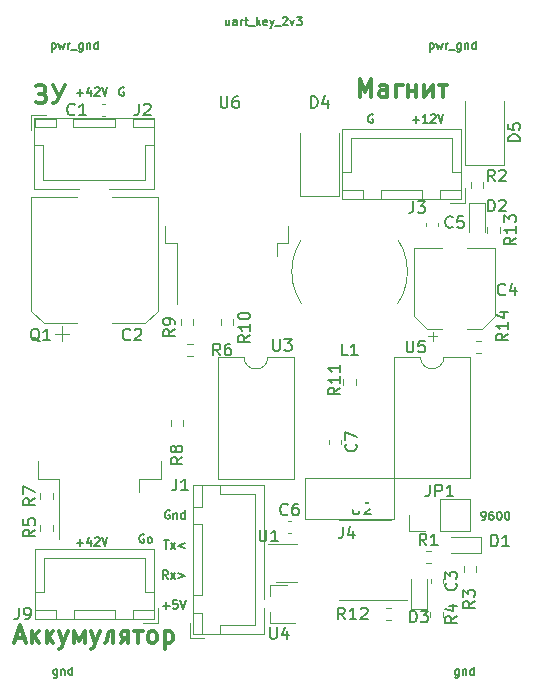
<source format=gto>
G04 #@! TF.GenerationSoftware,KiCad,Pcbnew,(5.1.8)-1*
G04 #@! TF.CreationDate,2021-03-23T12:55:02+03:00*
G04 #@! TF.ProjectId,uart_key,75617274-5f6b-4657-992e-6b696361645f,rev?*
G04 #@! TF.SameCoordinates,Original*
G04 #@! TF.FileFunction,Legend,Top*
G04 #@! TF.FilePolarity,Positive*
%FSLAX46Y46*%
G04 Gerber Fmt 4.6, Leading zero omitted, Abs format (unit mm)*
G04 Created by KiCad (PCBNEW (5.1.8)-1) date 2021-03-23 12:55:02*
%MOMM*%
%LPD*%
G01*
G04 APERTURE LIST*
%ADD10C,0.150000*%
%ADD11C,0.300000*%
%ADD12C,0.120000*%
%ADD13C,0.700000*%
%ADD14C,4.400000*%
%ADD15R,10.800000X9.400000*%
%ADD16R,1.100000X4.600000*%
%ADD17R,2.000000X1.780000*%
%ADD18R,0.900000X0.800000*%
%ADD19R,1.060000X0.650000*%
%ADD20R,1.500000X4.600000*%
%ADD21R,9.000000X3.000000*%
%ADD22O,1.700000X1.700000*%
%ADD23R,1.700000X1.700000*%
%ADD24O,1.700000X1.950000*%
%ADD25C,1.300000*%
%ADD26O,1.950000X1.700000*%
%ADD27R,1.800000X2.500000*%
G04 APERTURE END LIST*
D10*
X61481666Y-59201666D02*
X61615000Y-59201666D01*
X61681666Y-59168333D01*
X61715000Y-59135000D01*
X61781666Y-59035000D01*
X61815000Y-58901666D01*
X61815000Y-58635000D01*
X61781666Y-58568333D01*
X61748333Y-58535000D01*
X61681666Y-58501666D01*
X61548333Y-58501666D01*
X61481666Y-58535000D01*
X61448333Y-58568333D01*
X61415000Y-58635000D01*
X61415000Y-58801666D01*
X61448333Y-58868333D01*
X61481666Y-58901666D01*
X61548333Y-58935000D01*
X61681666Y-58935000D01*
X61748333Y-58901666D01*
X61781666Y-58868333D01*
X61815000Y-58801666D01*
X62415000Y-58501666D02*
X62281666Y-58501666D01*
X62215000Y-58535000D01*
X62181666Y-58568333D01*
X62115000Y-58668333D01*
X62081666Y-58801666D01*
X62081666Y-59068333D01*
X62115000Y-59135000D01*
X62148333Y-59168333D01*
X62215000Y-59201666D01*
X62348333Y-59201666D01*
X62415000Y-59168333D01*
X62448333Y-59135000D01*
X62481666Y-59068333D01*
X62481666Y-58901666D01*
X62448333Y-58835000D01*
X62415000Y-58801666D01*
X62348333Y-58768333D01*
X62215000Y-58768333D01*
X62148333Y-58801666D01*
X62115000Y-58835000D01*
X62081666Y-58901666D01*
X62915000Y-58501666D02*
X62981666Y-58501666D01*
X63048333Y-58535000D01*
X63081666Y-58568333D01*
X63115000Y-58635000D01*
X63148333Y-58768333D01*
X63148333Y-58935000D01*
X63115000Y-59068333D01*
X63081666Y-59135000D01*
X63048333Y-59168333D01*
X62981666Y-59201666D01*
X62915000Y-59201666D01*
X62848333Y-59168333D01*
X62815000Y-59135000D01*
X62781666Y-59068333D01*
X62748333Y-58935000D01*
X62748333Y-58768333D01*
X62781666Y-58635000D01*
X62815000Y-58568333D01*
X62848333Y-58535000D01*
X62915000Y-58501666D01*
X63581666Y-58501666D02*
X63648333Y-58501666D01*
X63715000Y-58535000D01*
X63748333Y-58568333D01*
X63781666Y-58635000D01*
X63815000Y-58768333D01*
X63815000Y-58935000D01*
X63781666Y-59068333D01*
X63748333Y-59135000D01*
X63715000Y-59168333D01*
X63648333Y-59201666D01*
X63581666Y-59201666D01*
X63515000Y-59168333D01*
X63481666Y-59135000D01*
X63448333Y-59068333D01*
X63415000Y-58935000D01*
X63415000Y-58768333D01*
X63448333Y-58635000D01*
X63481666Y-58568333D01*
X63515000Y-58535000D01*
X63581666Y-58501666D01*
X59516666Y-71850000D02*
X59516666Y-72416666D01*
X59483333Y-72483333D01*
X59450000Y-72516666D01*
X59383333Y-72550000D01*
X59283333Y-72550000D01*
X59216666Y-72516666D01*
X59516666Y-72283333D02*
X59450000Y-72316666D01*
X59316666Y-72316666D01*
X59250000Y-72283333D01*
X59216666Y-72250000D01*
X59183333Y-72183333D01*
X59183333Y-71983333D01*
X59216666Y-71916666D01*
X59250000Y-71883333D01*
X59316666Y-71850000D01*
X59450000Y-71850000D01*
X59516666Y-71883333D01*
X59850000Y-71850000D02*
X59850000Y-72316666D01*
X59850000Y-71916666D02*
X59883333Y-71883333D01*
X59950000Y-71850000D01*
X60050000Y-71850000D01*
X60116666Y-71883333D01*
X60150000Y-71950000D01*
X60150000Y-72316666D01*
X60783333Y-72316666D02*
X60783333Y-71616666D01*
X60783333Y-72283333D02*
X60716666Y-72316666D01*
X60583333Y-72316666D01*
X60516666Y-72283333D01*
X60483333Y-72250000D01*
X60450000Y-72183333D01*
X60450000Y-71983333D01*
X60483333Y-71916666D01*
X60516666Y-71883333D01*
X60583333Y-71850000D01*
X60716666Y-71850000D01*
X60783333Y-71883333D01*
X25516666Y-71850000D02*
X25516666Y-72416666D01*
X25483333Y-72483333D01*
X25450000Y-72516666D01*
X25383333Y-72550000D01*
X25283333Y-72550000D01*
X25216666Y-72516666D01*
X25516666Y-72283333D02*
X25450000Y-72316666D01*
X25316666Y-72316666D01*
X25250000Y-72283333D01*
X25216666Y-72250000D01*
X25183333Y-72183333D01*
X25183333Y-71983333D01*
X25216666Y-71916666D01*
X25250000Y-71883333D01*
X25316666Y-71850000D01*
X25450000Y-71850000D01*
X25516666Y-71883333D01*
X25850000Y-71850000D02*
X25850000Y-72316666D01*
X25850000Y-71916666D02*
X25883333Y-71883333D01*
X25950000Y-71850000D01*
X26050000Y-71850000D01*
X26116666Y-71883333D01*
X26150000Y-71950000D01*
X26150000Y-72316666D01*
X26783333Y-72316666D02*
X26783333Y-71616666D01*
X26783333Y-72283333D02*
X26716666Y-72316666D01*
X26583333Y-72316666D01*
X26516666Y-72283333D01*
X26483333Y-72250000D01*
X26450000Y-72183333D01*
X26450000Y-71983333D01*
X26483333Y-71916666D01*
X26516666Y-71883333D01*
X26583333Y-71850000D01*
X26716666Y-71850000D01*
X26783333Y-71883333D01*
X25050000Y-18850000D02*
X25050000Y-19550000D01*
X25050000Y-18883333D02*
X25116666Y-18850000D01*
X25250000Y-18850000D01*
X25316666Y-18883333D01*
X25350000Y-18916666D01*
X25383333Y-18983333D01*
X25383333Y-19183333D01*
X25350000Y-19250000D01*
X25316666Y-19283333D01*
X25250000Y-19316666D01*
X25116666Y-19316666D01*
X25050000Y-19283333D01*
X25616666Y-18850000D02*
X25750000Y-19316666D01*
X25883333Y-18983333D01*
X26016666Y-19316666D01*
X26150000Y-18850000D01*
X26416666Y-19316666D02*
X26416666Y-18850000D01*
X26416666Y-18983333D02*
X26450000Y-18916666D01*
X26483333Y-18883333D01*
X26550000Y-18850000D01*
X26616666Y-18850000D01*
X26683333Y-19383333D02*
X27216666Y-19383333D01*
X27683333Y-18850000D02*
X27683333Y-19416666D01*
X27650000Y-19483333D01*
X27616666Y-19516666D01*
X27550000Y-19550000D01*
X27450000Y-19550000D01*
X27383333Y-19516666D01*
X27683333Y-19283333D02*
X27616666Y-19316666D01*
X27483333Y-19316666D01*
X27416666Y-19283333D01*
X27383333Y-19250000D01*
X27350000Y-19183333D01*
X27350000Y-18983333D01*
X27383333Y-18916666D01*
X27416666Y-18883333D01*
X27483333Y-18850000D01*
X27616666Y-18850000D01*
X27683333Y-18883333D01*
X28016666Y-18850000D02*
X28016666Y-19316666D01*
X28016666Y-18916666D02*
X28050000Y-18883333D01*
X28116666Y-18850000D01*
X28216666Y-18850000D01*
X28283333Y-18883333D01*
X28316666Y-18950000D01*
X28316666Y-19316666D01*
X28949999Y-19316666D02*
X28949999Y-18616666D01*
X28949999Y-19283333D02*
X28883333Y-19316666D01*
X28749999Y-19316666D01*
X28683333Y-19283333D01*
X28649999Y-19250000D01*
X28616666Y-19183333D01*
X28616666Y-18983333D01*
X28649999Y-18916666D01*
X28683333Y-18883333D01*
X28749999Y-18850000D01*
X28883333Y-18850000D01*
X28949999Y-18883333D01*
X57050000Y-18850000D02*
X57050000Y-19550000D01*
X57050000Y-18883333D02*
X57116666Y-18850000D01*
X57250000Y-18850000D01*
X57316666Y-18883333D01*
X57350000Y-18916666D01*
X57383333Y-18983333D01*
X57383333Y-19183333D01*
X57350000Y-19250000D01*
X57316666Y-19283333D01*
X57250000Y-19316666D01*
X57116666Y-19316666D01*
X57050000Y-19283333D01*
X57616666Y-18850000D02*
X57750000Y-19316666D01*
X57883333Y-18983333D01*
X58016666Y-19316666D01*
X58150000Y-18850000D01*
X58416666Y-19316666D02*
X58416666Y-18850000D01*
X58416666Y-18983333D02*
X58450000Y-18916666D01*
X58483333Y-18883333D01*
X58550000Y-18850000D01*
X58616666Y-18850000D01*
X58683333Y-19383333D02*
X59216666Y-19383333D01*
X59683333Y-18850000D02*
X59683333Y-19416666D01*
X59650000Y-19483333D01*
X59616666Y-19516666D01*
X59550000Y-19550000D01*
X59450000Y-19550000D01*
X59383333Y-19516666D01*
X59683333Y-19283333D02*
X59616666Y-19316666D01*
X59483333Y-19316666D01*
X59416666Y-19283333D01*
X59383333Y-19250000D01*
X59350000Y-19183333D01*
X59350000Y-18983333D01*
X59383333Y-18916666D01*
X59416666Y-18883333D01*
X59483333Y-18850000D01*
X59616666Y-18850000D01*
X59683333Y-18883333D01*
X60016666Y-18850000D02*
X60016666Y-19316666D01*
X60016666Y-18916666D02*
X60050000Y-18883333D01*
X60116666Y-18850000D01*
X60216666Y-18850000D01*
X60283333Y-18883333D01*
X60316666Y-18950000D01*
X60316666Y-19316666D01*
X60950000Y-19316666D02*
X60950000Y-18616666D01*
X60950000Y-19283333D02*
X60883333Y-19316666D01*
X60750000Y-19316666D01*
X60683333Y-19283333D01*
X60650000Y-19250000D01*
X60616666Y-19183333D01*
X60616666Y-18983333D01*
X60650000Y-18916666D01*
X60683333Y-18883333D01*
X60750000Y-18850000D01*
X60883333Y-18850000D01*
X60950000Y-18883333D01*
X40100000Y-16850000D02*
X40100000Y-17316666D01*
X39800000Y-16850000D02*
X39800000Y-17216666D01*
X39833333Y-17283333D01*
X39900000Y-17316666D01*
X40000000Y-17316666D01*
X40066666Y-17283333D01*
X40100000Y-17250000D01*
X40733333Y-17316666D02*
X40733333Y-16950000D01*
X40700000Y-16883333D01*
X40633333Y-16850000D01*
X40500000Y-16850000D01*
X40433333Y-16883333D01*
X40733333Y-17283333D02*
X40666666Y-17316666D01*
X40500000Y-17316666D01*
X40433333Y-17283333D01*
X40400000Y-17216666D01*
X40400000Y-17150000D01*
X40433333Y-17083333D01*
X40500000Y-17050000D01*
X40666666Y-17050000D01*
X40733333Y-17016666D01*
X41066666Y-17316666D02*
X41066666Y-16850000D01*
X41066666Y-16983333D02*
X41100000Y-16916666D01*
X41133333Y-16883333D01*
X41200000Y-16850000D01*
X41266666Y-16850000D01*
X41400000Y-16850000D02*
X41666666Y-16850000D01*
X41500000Y-16616666D02*
X41500000Y-17216666D01*
X41533333Y-17283333D01*
X41600000Y-17316666D01*
X41666666Y-17316666D01*
X41733333Y-17383333D02*
X42266666Y-17383333D01*
X42433333Y-17316666D02*
X42433333Y-16616666D01*
X42500000Y-17050000D02*
X42700000Y-17316666D01*
X42700000Y-16850000D02*
X42433333Y-17116666D01*
X43266666Y-17283333D02*
X43200000Y-17316666D01*
X43066666Y-17316666D01*
X43000000Y-17283333D01*
X42966666Y-17216666D01*
X42966666Y-16950000D01*
X43000000Y-16883333D01*
X43066666Y-16850000D01*
X43200000Y-16850000D01*
X43266666Y-16883333D01*
X43300000Y-16950000D01*
X43300000Y-17016666D01*
X42966666Y-17083333D01*
X43533333Y-16850000D02*
X43700000Y-17316666D01*
X43866666Y-16850000D02*
X43700000Y-17316666D01*
X43633333Y-17483333D01*
X43600000Y-17516666D01*
X43533333Y-17550000D01*
X43966666Y-17383333D02*
X44500000Y-17383333D01*
X44633333Y-16683333D02*
X44666666Y-16650000D01*
X44733333Y-16616666D01*
X44900000Y-16616666D01*
X44966666Y-16650000D01*
X45000000Y-16683333D01*
X45033333Y-16750000D01*
X45033333Y-16816666D01*
X45000000Y-16916666D01*
X44600000Y-17316666D01*
X45033333Y-17316666D01*
X45266666Y-16850000D02*
X45433333Y-17316666D01*
X45600000Y-16850000D01*
X45800000Y-16616666D02*
X46233333Y-16616666D01*
X46000000Y-16883333D01*
X46100000Y-16883333D01*
X46166666Y-16916666D01*
X46200000Y-16950000D01*
X46233333Y-17016666D01*
X46233333Y-17183333D01*
X46200000Y-17250000D01*
X46166666Y-17283333D01*
X46100000Y-17316666D01*
X45900000Y-17316666D01*
X45833333Y-17283333D01*
X45800000Y-17250000D01*
X32874666Y-60472000D02*
X32808000Y-60438666D01*
X32708000Y-60438666D01*
X32608000Y-60472000D01*
X32541333Y-60538666D01*
X32508000Y-60605333D01*
X32474666Y-60738666D01*
X32474666Y-60838666D01*
X32508000Y-60972000D01*
X32541333Y-61038666D01*
X32608000Y-61105333D01*
X32708000Y-61138666D01*
X32774666Y-61138666D01*
X32874666Y-61105333D01*
X32908000Y-61072000D01*
X32908000Y-60838666D01*
X32774666Y-60838666D01*
X33308000Y-61138666D02*
X33241333Y-61105333D01*
X33208000Y-61072000D01*
X33174666Y-61005333D01*
X33174666Y-60805333D01*
X33208000Y-60738666D01*
X33241333Y-60705333D01*
X33308000Y-60672000D01*
X33408000Y-60672000D01*
X33474666Y-60705333D01*
X33508000Y-60738666D01*
X33541333Y-60805333D01*
X33541333Y-61005333D01*
X33508000Y-61072000D01*
X33474666Y-61105333D01*
X33408000Y-61138666D01*
X33308000Y-61138666D01*
X27202666Y-61126000D02*
X27736000Y-61126000D01*
X27469333Y-61392666D02*
X27469333Y-60859333D01*
X28369333Y-60926000D02*
X28369333Y-61392666D01*
X28202666Y-60659333D02*
X28036000Y-61159333D01*
X28469333Y-61159333D01*
X28702666Y-60759333D02*
X28736000Y-60726000D01*
X28802666Y-60692666D01*
X28969333Y-60692666D01*
X29036000Y-60726000D01*
X29069333Y-60759333D01*
X29102666Y-60826000D01*
X29102666Y-60892666D01*
X29069333Y-60992666D01*
X28669333Y-61392666D01*
X29102666Y-61392666D01*
X29302666Y-60692666D02*
X29536000Y-61392666D01*
X29769333Y-60692666D01*
X55650666Y-25312000D02*
X56184000Y-25312000D01*
X55917333Y-25578666D02*
X55917333Y-25045333D01*
X56884000Y-25578666D02*
X56484000Y-25578666D01*
X56684000Y-25578666D02*
X56684000Y-24878666D01*
X56617333Y-24978666D01*
X56550666Y-25045333D01*
X56484000Y-25078666D01*
X57150666Y-24945333D02*
X57184000Y-24912000D01*
X57250666Y-24878666D01*
X57417333Y-24878666D01*
X57484000Y-24912000D01*
X57517333Y-24945333D01*
X57550666Y-25012000D01*
X57550666Y-25078666D01*
X57517333Y-25178666D01*
X57117333Y-25578666D01*
X57550666Y-25578666D01*
X57750666Y-24878666D02*
X57984000Y-25578666D01*
X58217333Y-24878666D01*
X52241333Y-24912000D02*
X52174666Y-24878666D01*
X52074666Y-24878666D01*
X51974666Y-24912000D01*
X51908000Y-24978666D01*
X51874666Y-25045333D01*
X51841333Y-25178666D01*
X51841333Y-25278666D01*
X51874666Y-25412000D01*
X51908000Y-25478666D01*
X51974666Y-25545333D01*
X52074666Y-25578666D01*
X52141333Y-25578666D01*
X52241333Y-25545333D01*
X52274666Y-25512000D01*
X52274666Y-25278666D01*
X52141333Y-25278666D01*
X31159333Y-22626000D02*
X31092666Y-22592666D01*
X30992666Y-22592666D01*
X30892666Y-22626000D01*
X30826000Y-22692666D01*
X30792666Y-22759333D01*
X30759333Y-22892666D01*
X30759333Y-22992666D01*
X30792666Y-23126000D01*
X30826000Y-23192666D01*
X30892666Y-23259333D01*
X30992666Y-23292666D01*
X31059333Y-23292666D01*
X31159333Y-23259333D01*
X31192666Y-23226000D01*
X31192666Y-22992666D01*
X31059333Y-22992666D01*
X27202666Y-23026000D02*
X27736000Y-23026000D01*
X27469333Y-23292666D02*
X27469333Y-22759333D01*
X28369333Y-22826000D02*
X28369333Y-23292666D01*
X28202666Y-22559333D02*
X28036000Y-23059333D01*
X28469333Y-23059333D01*
X28702666Y-22659333D02*
X28736000Y-22626000D01*
X28802666Y-22592666D01*
X28969333Y-22592666D01*
X29036000Y-22626000D01*
X29069333Y-22659333D01*
X29102666Y-22726000D01*
X29102666Y-22792666D01*
X29069333Y-22892666D01*
X28669333Y-23292666D01*
X29102666Y-23292666D01*
X29302666Y-22592666D02*
X29536000Y-23292666D01*
X29769333Y-22592666D01*
X34499833Y-66460000D02*
X35033166Y-66460000D01*
X34766500Y-66726666D02*
X34766500Y-66193333D01*
X35699833Y-66026666D02*
X35366500Y-66026666D01*
X35333166Y-66360000D01*
X35366500Y-66326666D01*
X35433166Y-66293333D01*
X35599833Y-66293333D01*
X35666500Y-66326666D01*
X35699833Y-66360000D01*
X35733166Y-66426666D01*
X35733166Y-66593333D01*
X35699833Y-66660000D01*
X35666500Y-66693333D01*
X35599833Y-66726666D01*
X35433166Y-66726666D01*
X35366500Y-66693333D01*
X35333166Y-66660000D01*
X35933166Y-66026666D02*
X36166500Y-66726666D01*
X36399833Y-66026666D01*
X34899833Y-64186666D02*
X34666500Y-63853333D01*
X34499833Y-64186666D02*
X34499833Y-63486666D01*
X34766500Y-63486666D01*
X34833166Y-63520000D01*
X34866500Y-63553333D01*
X34899833Y-63620000D01*
X34899833Y-63720000D01*
X34866500Y-63786666D01*
X34833166Y-63820000D01*
X34766500Y-63853333D01*
X34499833Y-63853333D01*
X35133166Y-64186666D02*
X35499833Y-63720000D01*
X35133166Y-63720000D02*
X35499833Y-64186666D01*
X35766500Y-63720000D02*
X36299833Y-63920000D01*
X35766500Y-64120000D01*
X34566500Y-60946666D02*
X34966500Y-60946666D01*
X34766500Y-61646666D02*
X34766500Y-60946666D01*
X35133166Y-61646666D02*
X35499833Y-61180000D01*
X35133166Y-61180000D02*
X35499833Y-61646666D01*
X36299833Y-61180000D02*
X35766500Y-61380000D01*
X36299833Y-61580000D01*
X35033166Y-58440000D02*
X34966500Y-58406666D01*
X34866500Y-58406666D01*
X34766500Y-58440000D01*
X34699833Y-58506666D01*
X34666500Y-58573333D01*
X34633166Y-58706666D01*
X34633166Y-58806666D01*
X34666500Y-58940000D01*
X34699833Y-59006666D01*
X34766500Y-59073333D01*
X34866500Y-59106666D01*
X34933166Y-59106666D01*
X35033166Y-59073333D01*
X35066500Y-59040000D01*
X35066500Y-58806666D01*
X34933166Y-58806666D01*
X35366500Y-58640000D02*
X35366500Y-59106666D01*
X35366500Y-58706666D02*
X35399833Y-58673333D01*
X35466500Y-58640000D01*
X35566500Y-58640000D01*
X35633166Y-58673333D01*
X35666500Y-58740000D01*
X35666500Y-59106666D01*
X36299833Y-59106666D02*
X36299833Y-58406666D01*
X36299833Y-59073333D02*
X36233166Y-59106666D01*
X36099833Y-59106666D01*
X36033166Y-59073333D01*
X35999833Y-59040000D01*
X35966500Y-58973333D01*
X35966500Y-58773333D01*
X35999833Y-58706666D01*
X36033166Y-58673333D01*
X36099833Y-58640000D01*
X36233166Y-58640000D01*
X36299833Y-58673333D01*
D11*
X22047142Y-69200000D02*
X22761428Y-69200000D01*
X21904285Y-69628571D02*
X22404285Y-68128571D01*
X22904285Y-69628571D01*
X23404285Y-68628571D02*
X23404285Y-69628571D01*
X23547142Y-69057142D02*
X23975714Y-69628571D01*
X23975714Y-68628571D02*
X23404285Y-69200000D01*
X24618571Y-68628571D02*
X24618571Y-69628571D01*
X24761428Y-69057142D02*
X25190000Y-69628571D01*
X25190000Y-68628571D02*
X24618571Y-69200000D01*
X25690000Y-68628571D02*
X26047142Y-69628571D01*
X26404285Y-68628571D02*
X26047142Y-69628571D01*
X25904285Y-69985714D01*
X25832857Y-70057142D01*
X25690000Y-70128571D01*
X26975714Y-69628571D02*
X26975714Y-68628571D01*
X27404285Y-69414285D01*
X27832857Y-68628571D01*
X27832857Y-69628571D01*
X28404285Y-68628571D02*
X28761428Y-69628571D01*
X29118571Y-68628571D02*
X28761428Y-69628571D01*
X28618571Y-69985714D01*
X28547142Y-70057142D01*
X28404285Y-70128571D01*
X30261428Y-69628571D02*
X30261428Y-68628571D01*
X30047142Y-68628571D01*
X29904285Y-68700000D01*
X29832857Y-68842857D01*
X29761428Y-69414285D01*
X29690000Y-69557142D01*
X29547142Y-69628571D01*
X31261428Y-69200000D02*
X30904285Y-69628571D01*
X31547142Y-69628571D02*
X31547142Y-68628571D01*
X31118571Y-68628571D01*
X30975714Y-68700000D01*
X30904285Y-68842857D01*
X30904285Y-68985714D01*
X30975714Y-69128571D01*
X31118571Y-69200000D01*
X31547142Y-69200000D01*
X32047142Y-68628571D02*
X32761428Y-68628571D01*
X32404285Y-68628571D02*
X32404285Y-69628571D01*
X33475714Y-69628571D02*
X33332857Y-69557142D01*
X33261428Y-69485714D01*
X33190000Y-69342857D01*
X33190000Y-68914285D01*
X33261428Y-68771428D01*
X33332857Y-68700000D01*
X33475714Y-68628571D01*
X33690000Y-68628571D01*
X33832857Y-68700000D01*
X33904285Y-68771428D01*
X33975714Y-68914285D01*
X33975714Y-69342857D01*
X33904285Y-69485714D01*
X33832857Y-69557142D01*
X33690000Y-69628571D01*
X33475714Y-69628571D01*
X34618571Y-68628571D02*
X34618571Y-70128571D01*
X34618571Y-68700000D02*
X34761428Y-68628571D01*
X35047142Y-68628571D01*
X35190000Y-68700000D01*
X35261428Y-68771428D01*
X35332857Y-68914285D01*
X35332857Y-69342857D01*
X35261428Y-69485714D01*
X35190000Y-69557142D01*
X35047142Y-69628571D01*
X34761428Y-69628571D01*
X34618571Y-69557142D01*
X51117857Y-23400571D02*
X51117857Y-21900571D01*
X51617857Y-22972000D01*
X52117857Y-21900571D01*
X52117857Y-23400571D01*
X53475000Y-23400571D02*
X53475000Y-22614857D01*
X53403571Y-22472000D01*
X53260714Y-22400571D01*
X52975000Y-22400571D01*
X52832142Y-22472000D01*
X53475000Y-23329142D02*
X53332142Y-23400571D01*
X52975000Y-23400571D01*
X52832142Y-23329142D01*
X52760714Y-23186285D01*
X52760714Y-23043428D01*
X52832142Y-22900571D01*
X52975000Y-22829142D01*
X53332142Y-22829142D01*
X53475000Y-22757714D01*
X54189285Y-23400571D02*
X54189285Y-22400571D01*
X54760714Y-22400571D01*
X55260714Y-22900571D02*
X55903571Y-22900571D01*
X55260714Y-22400571D02*
X55260714Y-23400571D01*
X55903571Y-22400571D02*
X55903571Y-23400571D01*
X56617857Y-22400571D02*
X56617857Y-23400571D01*
X57332142Y-22400571D01*
X57332142Y-23400571D01*
X57832142Y-22400571D02*
X58546428Y-22400571D01*
X58189285Y-22400571D02*
X58189285Y-23400571D01*
X23951428Y-23122857D02*
X24237142Y-23122857D01*
X23737142Y-22480000D02*
X23880000Y-22408571D01*
X24237142Y-22408571D01*
X24380000Y-22480000D01*
X24451428Y-22551428D01*
X24522857Y-22694285D01*
X24522857Y-22837142D01*
X24451428Y-22980000D01*
X24380000Y-23051428D01*
X24237142Y-23122857D01*
X24451428Y-23194285D01*
X24522857Y-23265714D01*
X24594285Y-23408571D01*
X24594285Y-23622857D01*
X24522857Y-23765714D01*
X24451428Y-23837142D01*
X24308571Y-23908571D01*
X23880000Y-23908571D01*
X23737142Y-23837142D01*
X25165714Y-22408571D02*
X25665714Y-23408571D01*
X26165714Y-22408571D02*
X25522857Y-23694285D01*
X25380000Y-23837142D01*
X25237142Y-23908571D01*
X25165714Y-23908571D01*
D12*
X34050000Y-31840000D02*
X30200000Y-31840000D01*
X23330000Y-31840000D02*
X27180000Y-31840000D01*
X23330000Y-41495563D02*
X23330000Y-31840000D01*
X34050000Y-41495563D02*
X34050000Y-31840000D01*
X32985563Y-42560000D02*
X30200000Y-42560000D01*
X24394437Y-42560000D02*
X27180000Y-42560000D01*
X24394437Y-42560000D02*
X23330000Y-41495563D01*
X32985563Y-42560000D02*
X34050000Y-41495563D01*
X25930000Y-44050000D02*
X25930000Y-42800000D01*
X25305000Y-43425000D02*
X26555000Y-43425000D01*
X53824758Y-67694500D02*
X53350242Y-67694500D01*
X53824758Y-66649500D02*
X53350242Y-66649500D01*
X34685000Y-34290000D02*
X34685000Y-35790000D01*
X34685000Y-35790000D02*
X35635000Y-35790000D01*
X35635000Y-35790000D02*
X35635000Y-40915000D01*
X45085000Y-34290000D02*
X45085000Y-35790000D01*
X45085000Y-35790000D02*
X44135000Y-35790000D01*
X44135000Y-35790000D02*
X44135000Y-36890000D01*
X56265000Y-45395000D02*
X54030000Y-45395000D01*
X54030000Y-45395000D02*
X54030000Y-55675000D01*
X54030000Y-55675000D02*
X60500000Y-55675000D01*
X60500000Y-55675000D02*
X60500000Y-45395000D01*
X60500000Y-45395000D02*
X58265000Y-45395000D01*
X58265000Y-45395000D02*
G75*
G02*
X56265000Y-45395000I-1000000J0D01*
G01*
X43535000Y-64750000D02*
X43535000Y-65680000D01*
X43535000Y-67910000D02*
X43535000Y-66980000D01*
X43535000Y-67910000D02*
X45695000Y-67910000D01*
X43535000Y-64750000D02*
X44995000Y-64750000D01*
X41348835Y-45429251D02*
X39113835Y-45429251D01*
X39113835Y-45429251D02*
X39113835Y-55709251D01*
X39113835Y-55709251D02*
X45583835Y-55709251D01*
X45583835Y-55709251D02*
X45583835Y-45429251D01*
X45583835Y-45429251D02*
X43348835Y-45429251D01*
X43348835Y-45429251D02*
G75*
G02*
X41348835Y-45429251I-1000000J0D01*
G01*
X51550000Y-59215000D02*
X49350000Y-59215000D01*
X51550000Y-59215000D02*
X53750000Y-59215000D01*
X51550000Y-65985000D02*
X49350000Y-65985000D01*
X51550000Y-65985000D02*
X55150000Y-65985000D01*
X44046000Y-64464000D02*
X45846000Y-64464000D01*
X45846000Y-61244000D02*
X43396000Y-61244000D01*
X60967742Y-44043500D02*
X61442258Y-44043500D01*
X60967742Y-45088500D02*
X61442258Y-45088500D01*
X62994500Y-34422742D02*
X62994500Y-34897258D01*
X61949500Y-34422742D02*
X61949500Y-34897258D01*
X50802500Y-47312742D02*
X50802500Y-47787258D01*
X49757500Y-47312742D02*
X49757500Y-47787258D01*
X39362500Y-42707258D02*
X39362500Y-42232742D01*
X40407500Y-42707258D02*
X40407500Y-42232742D01*
X37007500Y-42232742D02*
X37007500Y-42707258D01*
X35962500Y-42232742D02*
X35962500Y-42707258D01*
X35152500Y-51251509D02*
X35152500Y-50776993D01*
X36197500Y-51251509D02*
X36197500Y-50776993D01*
X24103500Y-57440258D02*
X24103500Y-56965742D01*
X25148500Y-57440258D02*
X25148500Y-56965742D01*
X36992258Y-45342500D02*
X36517742Y-45342500D01*
X36992258Y-44297500D02*
X36517742Y-44297500D01*
X24103500Y-60106258D02*
X24103500Y-59631742D01*
X25148500Y-60106258D02*
X25148500Y-59631742D01*
X57123500Y-67451132D02*
X57123500Y-66976616D01*
X58168500Y-67451132D02*
X58168500Y-66976616D01*
X59968000Y-63599258D02*
X59968000Y-63124742D01*
X61013000Y-63599258D02*
X61013000Y-63124742D01*
X61597500Y-30612742D02*
X61597500Y-31087258D01*
X60552500Y-30612742D02*
X60552500Y-31087258D01*
X56709742Y-61823500D02*
X57184258Y-61823500D01*
X56709742Y-62868500D02*
X57184258Y-62868500D01*
X23890000Y-54205000D02*
X23890000Y-55705000D01*
X23890000Y-55705000D02*
X25700000Y-55705000D01*
X25700000Y-55705000D02*
X25700000Y-60830000D01*
X34290000Y-54205000D02*
X34290000Y-55705000D01*
X34290000Y-55705000D02*
X32480000Y-55705000D01*
X32480000Y-55705000D02*
X32480000Y-56805000D01*
X55180000Y-38175000D02*
G75*
G03*
X55180000Y-38175000I-4900000J0D01*
G01*
X60500000Y-60120000D02*
X60500000Y-57460000D01*
X57900000Y-60120000D02*
X60500000Y-60120000D01*
X57900000Y-57460000D02*
X60500000Y-57460000D01*
X57900000Y-60120000D02*
X57900000Y-57460000D01*
X56630000Y-60120000D02*
X55300000Y-60120000D01*
X55300000Y-60120000D02*
X55300000Y-58790000D01*
X33750000Y-67600000D02*
X33750000Y-61630000D01*
X33750000Y-61630000D02*
X23630000Y-61630000D01*
X23630000Y-61630000D02*
X23630000Y-67600000D01*
X23630000Y-67600000D02*
X33750000Y-67600000D01*
X30440000Y-67590000D02*
X30440000Y-66840000D01*
X30440000Y-66840000D02*
X26940000Y-66840000D01*
X26940000Y-66840000D02*
X26940000Y-67590000D01*
X26940000Y-67590000D02*
X30440000Y-67590000D01*
X33740000Y-67590000D02*
X33740000Y-66840000D01*
X33740000Y-66840000D02*
X31940000Y-66840000D01*
X31940000Y-66840000D02*
X31940000Y-67590000D01*
X31940000Y-67590000D02*
X33740000Y-67590000D01*
X25440000Y-67590000D02*
X25440000Y-66840000D01*
X25440000Y-66840000D02*
X23640000Y-66840000D01*
X23640000Y-66840000D02*
X23640000Y-67590000D01*
X23640000Y-67590000D02*
X25440000Y-67590000D01*
X33740000Y-65340000D02*
X32990000Y-65340000D01*
X32990000Y-65340000D02*
X32990000Y-62390000D01*
X32990000Y-62390000D02*
X28690000Y-62390000D01*
X23640000Y-65340000D02*
X24390000Y-65340000D01*
X24390000Y-65340000D02*
X24390000Y-62390000D01*
X24390000Y-62390000D02*
X28690000Y-62390000D01*
X32790000Y-67890000D02*
X34040000Y-67890000D01*
X34040000Y-67890000D02*
X34040000Y-66640000D01*
X46510000Y-55622000D02*
X54010000Y-55622000D01*
X54010000Y-55622000D02*
X54010000Y-59122000D01*
X54010000Y-59122000D02*
X46510000Y-59122000D01*
X46510000Y-59122000D02*
X46510000Y-55622000D01*
X59745000Y-32040000D02*
X59745000Y-26070000D01*
X59745000Y-26070000D02*
X49625000Y-26070000D01*
X49625000Y-26070000D02*
X49625000Y-32040000D01*
X49625000Y-32040000D02*
X59745000Y-32040000D01*
X56435000Y-32030000D02*
X56435000Y-31280000D01*
X56435000Y-31280000D02*
X52935000Y-31280000D01*
X52935000Y-31280000D02*
X52935000Y-32030000D01*
X52935000Y-32030000D02*
X56435000Y-32030000D01*
X59735000Y-32030000D02*
X59735000Y-31280000D01*
X59735000Y-31280000D02*
X57935000Y-31280000D01*
X57935000Y-31280000D02*
X57935000Y-32030000D01*
X57935000Y-32030000D02*
X59735000Y-32030000D01*
X51435000Y-32030000D02*
X51435000Y-31280000D01*
X51435000Y-31280000D02*
X49635000Y-31280000D01*
X49635000Y-31280000D02*
X49635000Y-32030000D01*
X49635000Y-32030000D02*
X51435000Y-32030000D01*
X59735000Y-29780000D02*
X58985000Y-29780000D01*
X58985000Y-29780000D02*
X58985000Y-26830000D01*
X58985000Y-26830000D02*
X54685000Y-26830000D01*
X49635000Y-29780000D02*
X50385000Y-29780000D01*
X50385000Y-29780000D02*
X50385000Y-26830000D01*
X50385000Y-26830000D02*
X54685000Y-26830000D01*
X58785000Y-32330000D02*
X60035000Y-32330000D01*
X60035000Y-32330000D02*
X60035000Y-31080000D01*
X23590000Y-25215000D02*
X23590000Y-31185000D01*
X23590000Y-31185000D02*
X33710000Y-31185000D01*
X33710000Y-31185000D02*
X33710000Y-25215000D01*
X33710000Y-25215000D02*
X23590000Y-25215000D01*
X26900000Y-25225000D02*
X26900000Y-25975000D01*
X26900000Y-25975000D02*
X30400000Y-25975000D01*
X30400000Y-25975000D02*
X30400000Y-25225000D01*
X30400000Y-25225000D02*
X26900000Y-25225000D01*
X23600000Y-25225000D02*
X23600000Y-25975000D01*
X23600000Y-25975000D02*
X25400000Y-25975000D01*
X25400000Y-25975000D02*
X25400000Y-25225000D01*
X25400000Y-25225000D02*
X23600000Y-25225000D01*
X31900000Y-25225000D02*
X31900000Y-25975000D01*
X31900000Y-25975000D02*
X33700000Y-25975000D01*
X33700000Y-25975000D02*
X33700000Y-25225000D01*
X33700000Y-25225000D02*
X31900000Y-25225000D01*
X23600000Y-27475000D02*
X24350000Y-27475000D01*
X24350000Y-27475000D02*
X24350000Y-30425000D01*
X24350000Y-30425000D02*
X28650000Y-30425000D01*
X33700000Y-27475000D02*
X32950000Y-27475000D01*
X32950000Y-27475000D02*
X32950000Y-30425000D01*
X32950000Y-30425000D02*
X28650000Y-30425000D01*
X24550000Y-24925000D02*
X23300000Y-24925000D01*
X23300000Y-24925000D02*
X23300000Y-26175000D01*
X37025000Y-68890000D02*
X42995000Y-68890000D01*
X42995000Y-68890000D02*
X42995000Y-56270000D01*
X42995000Y-56270000D02*
X37025000Y-56270000D01*
X37025000Y-56270000D02*
X37025000Y-68890000D01*
X37035000Y-65580000D02*
X37785000Y-65580000D01*
X37785000Y-65580000D02*
X37785000Y-59580000D01*
X37785000Y-59580000D02*
X37035000Y-59580000D01*
X37035000Y-59580000D02*
X37035000Y-65580000D01*
X37035000Y-68880000D02*
X37785000Y-68880000D01*
X37785000Y-68880000D02*
X37785000Y-67080000D01*
X37785000Y-67080000D02*
X37035000Y-67080000D01*
X37035000Y-67080000D02*
X37035000Y-68880000D01*
X37035000Y-58080000D02*
X37785000Y-58080000D01*
X37785000Y-58080000D02*
X37785000Y-56280000D01*
X37785000Y-56280000D02*
X37035000Y-56280000D01*
X37035000Y-56280000D02*
X37035000Y-58080000D01*
X39285000Y-68880000D02*
X39285000Y-68130000D01*
X39285000Y-68130000D02*
X42235000Y-68130000D01*
X42235000Y-68130000D02*
X42235000Y-62580000D01*
X39285000Y-56280000D02*
X39285000Y-57030000D01*
X39285000Y-57030000D02*
X42235000Y-57030000D01*
X42235000Y-57030000D02*
X42235000Y-62580000D01*
X36735000Y-67930000D02*
X36735000Y-69180000D01*
X36735000Y-69180000D02*
X37985000Y-69180000D01*
X60060000Y-29170000D02*
X63360000Y-29170000D01*
X63360000Y-29170000D02*
X63360000Y-23770000D01*
X60060000Y-29170000D02*
X60060000Y-23770000D01*
X46090000Y-31805000D02*
X49390000Y-31805000D01*
X49390000Y-31805000D02*
X49390000Y-26405000D01*
X46090000Y-31805000D02*
X46090000Y-26405000D01*
X55437000Y-64237500D02*
X55437000Y-66722500D01*
X55437000Y-66722500D02*
X56807000Y-66722500D01*
X56807000Y-66722500D02*
X56807000Y-64237500D01*
X61760000Y-34825000D02*
X61760000Y-32340000D01*
X61760000Y-32340000D02*
X60390000Y-32340000D01*
X60390000Y-32340000D02*
X60390000Y-34825000D01*
X58878000Y-62015000D02*
X61363000Y-62015000D01*
X61363000Y-62015000D02*
X61363000Y-60645000D01*
X61363000Y-60645000D02*
X58878000Y-60645000D01*
X49520000Y-52473671D02*
X49520000Y-52754831D01*
X48500000Y-52473671D02*
X48500000Y-52754831D01*
X45059420Y-59296000D02*
X45340580Y-59296000D01*
X45059420Y-60316000D02*
X45340580Y-60316000D01*
X56755000Y-34305581D02*
X56755000Y-34024421D01*
X57775000Y-34305581D02*
X57775000Y-34024421D01*
X62580000Y-36215000D02*
X60230000Y-36215000D01*
X55760000Y-36215000D02*
X58110000Y-36215000D01*
X55760000Y-41970563D02*
X55760000Y-36215000D01*
X62580000Y-41970563D02*
X62580000Y-36215000D01*
X61515563Y-43035000D02*
X60230000Y-43035000D01*
X56824437Y-43035000D02*
X58110000Y-43035000D01*
X56824437Y-43035000D02*
X55760000Y-41970563D01*
X61515563Y-43035000D02*
X62580000Y-41970563D01*
X57322500Y-44062500D02*
X57322500Y-43275000D01*
X56928750Y-43668750D02*
X57716250Y-43668750D01*
X58156000Y-64237420D02*
X58156000Y-64518580D01*
X57136000Y-64237420D02*
X57136000Y-64518580D01*
X29284420Y-23990000D02*
X29565580Y-23990000D01*
X29284420Y-25010000D02*
X29565580Y-25010000D01*
D10*
X31698333Y-43907142D02*
X31650714Y-43954761D01*
X31507857Y-44002380D01*
X31412619Y-44002380D01*
X31269761Y-43954761D01*
X31174523Y-43859523D01*
X31126904Y-43764285D01*
X31079285Y-43573809D01*
X31079285Y-43430952D01*
X31126904Y-43240476D01*
X31174523Y-43145238D01*
X31269761Y-43050000D01*
X31412619Y-43002380D01*
X31507857Y-43002380D01*
X31650714Y-43050000D01*
X31698333Y-43097619D01*
X32079285Y-43097619D02*
X32126904Y-43050000D01*
X32222142Y-43002380D01*
X32460238Y-43002380D01*
X32555476Y-43050000D01*
X32603095Y-43097619D01*
X32650714Y-43192857D01*
X32650714Y-43288095D01*
X32603095Y-43430952D01*
X32031666Y-44002380D01*
X32650714Y-44002380D01*
X49891142Y-67624380D02*
X49557809Y-67148190D01*
X49319714Y-67624380D02*
X49319714Y-66624380D01*
X49700666Y-66624380D01*
X49795904Y-66672000D01*
X49843523Y-66719619D01*
X49891142Y-66814857D01*
X49891142Y-66957714D01*
X49843523Y-67052952D01*
X49795904Y-67100571D01*
X49700666Y-67148190D01*
X49319714Y-67148190D01*
X50843523Y-67624380D02*
X50272095Y-67624380D01*
X50557809Y-67624380D02*
X50557809Y-66624380D01*
X50462571Y-66767238D01*
X50367333Y-66862476D01*
X50272095Y-66910095D01*
X51224476Y-66719619D02*
X51272095Y-66672000D01*
X51367333Y-66624380D01*
X51605428Y-66624380D01*
X51700666Y-66672000D01*
X51748285Y-66719619D01*
X51795904Y-66814857D01*
X51795904Y-66910095D01*
X51748285Y-67052952D01*
X51176857Y-67624380D01*
X51795904Y-67624380D01*
X39358095Y-23317380D02*
X39358095Y-24126904D01*
X39405714Y-24222142D01*
X39453333Y-24269761D01*
X39548571Y-24317380D01*
X39739047Y-24317380D01*
X39834285Y-24269761D01*
X39881904Y-24222142D01*
X39929523Y-24126904D01*
X39929523Y-23317380D01*
X40834285Y-23317380D02*
X40643809Y-23317380D01*
X40548571Y-23365000D01*
X40500952Y-23412619D01*
X40405714Y-23555476D01*
X40358095Y-23745952D01*
X40358095Y-24126904D01*
X40405714Y-24222142D01*
X40453333Y-24269761D01*
X40548571Y-24317380D01*
X40739047Y-24317380D01*
X40834285Y-24269761D01*
X40881904Y-24222142D01*
X40929523Y-24126904D01*
X40929523Y-23888809D01*
X40881904Y-23793571D01*
X40834285Y-23745952D01*
X40739047Y-23698333D01*
X40548571Y-23698333D01*
X40453333Y-23745952D01*
X40405714Y-23793571D01*
X40358095Y-23888809D01*
X55106095Y-44018380D02*
X55106095Y-44827904D01*
X55153714Y-44923142D01*
X55201333Y-44970761D01*
X55296571Y-45018380D01*
X55487047Y-45018380D01*
X55582285Y-44970761D01*
X55629904Y-44923142D01*
X55677523Y-44827904D01*
X55677523Y-44018380D01*
X56629904Y-44018380D02*
X56153714Y-44018380D01*
X56106095Y-44494571D01*
X56153714Y-44446952D01*
X56248952Y-44399333D01*
X56487047Y-44399333D01*
X56582285Y-44446952D01*
X56629904Y-44494571D01*
X56677523Y-44589809D01*
X56677523Y-44827904D01*
X56629904Y-44923142D01*
X56582285Y-44970761D01*
X56487047Y-45018380D01*
X56248952Y-45018380D01*
X56153714Y-44970761D01*
X56106095Y-44923142D01*
X43533095Y-68282380D02*
X43533095Y-69091904D01*
X43580714Y-69187142D01*
X43628333Y-69234761D01*
X43723571Y-69282380D01*
X43914047Y-69282380D01*
X44009285Y-69234761D01*
X44056904Y-69187142D01*
X44104523Y-69091904D01*
X44104523Y-68282380D01*
X45009285Y-68615714D02*
X45009285Y-69282380D01*
X44771190Y-68234761D02*
X44533095Y-68949047D01*
X45152142Y-68949047D01*
X43803095Y-43881631D02*
X43803095Y-44691155D01*
X43850714Y-44786393D01*
X43898333Y-44834012D01*
X43993571Y-44881631D01*
X44184047Y-44881631D01*
X44279285Y-44834012D01*
X44326904Y-44786393D01*
X44374523Y-44691155D01*
X44374523Y-43881631D01*
X44755476Y-43881631D02*
X45374523Y-43881631D01*
X45041190Y-44262584D01*
X45184047Y-44262584D01*
X45279285Y-44310203D01*
X45326904Y-44357822D01*
X45374523Y-44453060D01*
X45374523Y-44691155D01*
X45326904Y-44786393D01*
X45279285Y-44834012D01*
X45184047Y-44881631D01*
X44898333Y-44881631D01*
X44803095Y-44834012D01*
X44755476Y-44786393D01*
X50534095Y-57734380D02*
X50534095Y-58543904D01*
X50581714Y-58639142D01*
X50629333Y-58686761D01*
X50724571Y-58734380D01*
X50915047Y-58734380D01*
X51010285Y-58686761D01*
X51057904Y-58639142D01*
X51105523Y-58543904D01*
X51105523Y-57734380D01*
X51534095Y-57829619D02*
X51581714Y-57782000D01*
X51676952Y-57734380D01*
X51915047Y-57734380D01*
X52010285Y-57782000D01*
X52057904Y-57829619D01*
X52105523Y-57924857D01*
X52105523Y-58020095D01*
X52057904Y-58162952D01*
X51486476Y-58734380D01*
X52105523Y-58734380D01*
X42660095Y-60020380D02*
X42660095Y-60829904D01*
X42707714Y-60925142D01*
X42755333Y-60972761D01*
X42850571Y-61020380D01*
X43041047Y-61020380D01*
X43136285Y-60972761D01*
X43183904Y-60925142D01*
X43231523Y-60829904D01*
X43231523Y-60020380D01*
X44231523Y-61020380D02*
X43660095Y-61020380D01*
X43945809Y-61020380D02*
X43945809Y-60020380D01*
X43850571Y-60163238D01*
X43755333Y-60258476D01*
X43660095Y-60306095D01*
X63686380Y-43430857D02*
X63210190Y-43764190D01*
X63686380Y-44002285D02*
X62686380Y-44002285D01*
X62686380Y-43621333D01*
X62734000Y-43526095D01*
X62781619Y-43478476D01*
X62876857Y-43430857D01*
X63019714Y-43430857D01*
X63114952Y-43478476D01*
X63162571Y-43526095D01*
X63210190Y-43621333D01*
X63210190Y-44002285D01*
X63686380Y-42478476D02*
X63686380Y-43049904D01*
X63686380Y-42764190D02*
X62686380Y-42764190D01*
X62829238Y-42859428D01*
X62924476Y-42954666D01*
X62972095Y-43049904D01*
X63019714Y-41621333D02*
X63686380Y-41621333D01*
X62638761Y-41859428D02*
X63353047Y-42097523D01*
X63353047Y-41478476D01*
X64354380Y-35302857D02*
X63878190Y-35636190D01*
X64354380Y-35874285D02*
X63354380Y-35874285D01*
X63354380Y-35493333D01*
X63402000Y-35398095D01*
X63449619Y-35350476D01*
X63544857Y-35302857D01*
X63687714Y-35302857D01*
X63782952Y-35350476D01*
X63830571Y-35398095D01*
X63878190Y-35493333D01*
X63878190Y-35874285D01*
X64354380Y-34350476D02*
X64354380Y-34921904D01*
X64354380Y-34636190D02*
X63354380Y-34636190D01*
X63497238Y-34731428D01*
X63592476Y-34826666D01*
X63640095Y-34921904D01*
X63354380Y-34017142D02*
X63354380Y-33398095D01*
X63735333Y-33731428D01*
X63735333Y-33588571D01*
X63782952Y-33493333D01*
X63830571Y-33445714D01*
X63925809Y-33398095D01*
X64163904Y-33398095D01*
X64259142Y-33445714D01*
X64306761Y-33493333D01*
X64354380Y-33588571D01*
X64354380Y-33874285D01*
X64306761Y-33969523D01*
X64259142Y-34017142D01*
X49462380Y-48002857D02*
X48986190Y-48336190D01*
X49462380Y-48574285D02*
X48462380Y-48574285D01*
X48462380Y-48193333D01*
X48510000Y-48098095D01*
X48557619Y-48050476D01*
X48652857Y-48002857D01*
X48795714Y-48002857D01*
X48890952Y-48050476D01*
X48938571Y-48098095D01*
X48986190Y-48193333D01*
X48986190Y-48574285D01*
X49462380Y-47050476D02*
X49462380Y-47621904D01*
X49462380Y-47336190D02*
X48462380Y-47336190D01*
X48605238Y-47431428D01*
X48700476Y-47526666D01*
X48748095Y-47621904D01*
X49462380Y-46098095D02*
X49462380Y-46669523D01*
X49462380Y-46383809D02*
X48462380Y-46383809D01*
X48605238Y-46479047D01*
X48700476Y-46574285D01*
X48748095Y-46669523D01*
X41842380Y-43557857D02*
X41366190Y-43891190D01*
X41842380Y-44129285D02*
X40842380Y-44129285D01*
X40842380Y-43748333D01*
X40890000Y-43653095D01*
X40937619Y-43605476D01*
X41032857Y-43557857D01*
X41175714Y-43557857D01*
X41270952Y-43605476D01*
X41318571Y-43653095D01*
X41366190Y-43748333D01*
X41366190Y-44129285D01*
X41842380Y-42605476D02*
X41842380Y-43176904D01*
X41842380Y-42891190D02*
X40842380Y-42891190D01*
X40985238Y-42986428D01*
X41080476Y-43081666D01*
X41128095Y-43176904D01*
X40842380Y-41986428D02*
X40842380Y-41891190D01*
X40890000Y-41795952D01*
X40937619Y-41748333D01*
X41032857Y-41700714D01*
X41223333Y-41653095D01*
X41461428Y-41653095D01*
X41651904Y-41700714D01*
X41747142Y-41748333D01*
X41794761Y-41795952D01*
X41842380Y-41891190D01*
X41842380Y-41986428D01*
X41794761Y-42081666D01*
X41747142Y-42129285D01*
X41651904Y-42176904D01*
X41461428Y-42224523D01*
X41223333Y-42224523D01*
X41032857Y-42176904D01*
X40937619Y-42129285D01*
X40890000Y-42081666D01*
X40842380Y-41986428D01*
X35492380Y-43081666D02*
X35016190Y-43415000D01*
X35492380Y-43653095D02*
X34492380Y-43653095D01*
X34492380Y-43272142D01*
X34540000Y-43176904D01*
X34587619Y-43129285D01*
X34682857Y-43081666D01*
X34825714Y-43081666D01*
X34920952Y-43129285D01*
X34968571Y-43176904D01*
X35016190Y-43272142D01*
X35016190Y-43653095D01*
X35492380Y-42605476D02*
X35492380Y-42415000D01*
X35444761Y-42319761D01*
X35397142Y-42272142D01*
X35254285Y-42176904D01*
X35063809Y-42129285D01*
X34682857Y-42129285D01*
X34587619Y-42176904D01*
X34540000Y-42224523D01*
X34492380Y-42319761D01*
X34492380Y-42510238D01*
X34540000Y-42605476D01*
X34587619Y-42653095D01*
X34682857Y-42700714D01*
X34920952Y-42700714D01*
X35016190Y-42653095D01*
X35063809Y-42605476D01*
X35111428Y-42510238D01*
X35111428Y-42319761D01*
X35063809Y-42224523D01*
X35016190Y-42176904D01*
X34920952Y-42129285D01*
X36127380Y-53876666D02*
X35651190Y-54210000D01*
X36127380Y-54448095D02*
X35127380Y-54448095D01*
X35127380Y-54067142D01*
X35175000Y-53971904D01*
X35222619Y-53924285D01*
X35317857Y-53876666D01*
X35460714Y-53876666D01*
X35555952Y-53924285D01*
X35603571Y-53971904D01*
X35651190Y-54067142D01*
X35651190Y-54448095D01*
X35555952Y-53305238D02*
X35508333Y-53400476D01*
X35460714Y-53448095D01*
X35365476Y-53495714D01*
X35317857Y-53495714D01*
X35222619Y-53448095D01*
X35175000Y-53400476D01*
X35127380Y-53305238D01*
X35127380Y-53114761D01*
X35175000Y-53019523D01*
X35222619Y-52971904D01*
X35317857Y-52924285D01*
X35365476Y-52924285D01*
X35460714Y-52971904D01*
X35508333Y-53019523D01*
X35555952Y-53114761D01*
X35555952Y-53305238D01*
X35603571Y-53400476D01*
X35651190Y-53448095D01*
X35746428Y-53495714D01*
X35936904Y-53495714D01*
X36032142Y-53448095D01*
X36079761Y-53400476D01*
X36127380Y-53305238D01*
X36127380Y-53114761D01*
X36079761Y-53019523D01*
X36032142Y-52971904D01*
X35936904Y-52924285D01*
X35746428Y-52924285D01*
X35651190Y-52971904D01*
X35603571Y-53019523D01*
X35555952Y-53114761D01*
X23648380Y-57369666D02*
X23172190Y-57703000D01*
X23648380Y-57941095D02*
X22648380Y-57941095D01*
X22648380Y-57560142D01*
X22696000Y-57464904D01*
X22743619Y-57417285D01*
X22838857Y-57369666D01*
X22981714Y-57369666D01*
X23076952Y-57417285D01*
X23124571Y-57464904D01*
X23172190Y-57560142D01*
X23172190Y-57941095D01*
X22648380Y-57036333D02*
X22648380Y-56369666D01*
X23648380Y-56798238D01*
X39318333Y-45272380D02*
X38985000Y-44796190D01*
X38746904Y-45272380D02*
X38746904Y-44272380D01*
X39127857Y-44272380D01*
X39223095Y-44320000D01*
X39270714Y-44367619D01*
X39318333Y-44462857D01*
X39318333Y-44605714D01*
X39270714Y-44700952D01*
X39223095Y-44748571D01*
X39127857Y-44796190D01*
X38746904Y-44796190D01*
X40175476Y-44272380D02*
X39985000Y-44272380D01*
X39889761Y-44320000D01*
X39842142Y-44367619D01*
X39746904Y-44510476D01*
X39699285Y-44700952D01*
X39699285Y-45081904D01*
X39746904Y-45177142D01*
X39794523Y-45224761D01*
X39889761Y-45272380D01*
X40080238Y-45272380D01*
X40175476Y-45224761D01*
X40223095Y-45177142D01*
X40270714Y-45081904D01*
X40270714Y-44843809D01*
X40223095Y-44748571D01*
X40175476Y-44700952D01*
X40080238Y-44653333D01*
X39889761Y-44653333D01*
X39794523Y-44700952D01*
X39746904Y-44748571D01*
X39699285Y-44843809D01*
X23648380Y-60035666D02*
X23172190Y-60369000D01*
X23648380Y-60607095D02*
X22648380Y-60607095D01*
X22648380Y-60226142D01*
X22696000Y-60130904D01*
X22743619Y-60083285D01*
X22838857Y-60035666D01*
X22981714Y-60035666D01*
X23076952Y-60083285D01*
X23124571Y-60130904D01*
X23172190Y-60226142D01*
X23172190Y-60607095D01*
X22648380Y-59130904D02*
X22648380Y-59607095D01*
X23124571Y-59654714D01*
X23076952Y-59607095D01*
X23029333Y-59511857D01*
X23029333Y-59273761D01*
X23076952Y-59178523D01*
X23124571Y-59130904D01*
X23219809Y-59083285D01*
X23457904Y-59083285D01*
X23553142Y-59130904D01*
X23600761Y-59178523D01*
X23648380Y-59273761D01*
X23648380Y-59511857D01*
X23600761Y-59607095D01*
X23553142Y-59654714D01*
X59368380Y-67338666D02*
X58892190Y-67672000D01*
X59368380Y-67910095D02*
X58368380Y-67910095D01*
X58368380Y-67529142D01*
X58416000Y-67433904D01*
X58463619Y-67386285D01*
X58558857Y-67338666D01*
X58701714Y-67338666D01*
X58796952Y-67386285D01*
X58844571Y-67433904D01*
X58892190Y-67529142D01*
X58892190Y-67910095D01*
X58701714Y-66481523D02*
X59368380Y-66481523D01*
X58320761Y-66719619D02*
X59035047Y-66957714D01*
X59035047Y-66338666D01*
X60892380Y-66068666D02*
X60416190Y-66402000D01*
X60892380Y-66640095D02*
X59892380Y-66640095D01*
X59892380Y-66259142D01*
X59940000Y-66163904D01*
X59987619Y-66116285D01*
X60082857Y-66068666D01*
X60225714Y-66068666D01*
X60320952Y-66116285D01*
X60368571Y-66163904D01*
X60416190Y-66259142D01*
X60416190Y-66640095D01*
X59892380Y-65735333D02*
X59892380Y-65116285D01*
X60273333Y-65449619D01*
X60273333Y-65306761D01*
X60320952Y-65211523D01*
X60368571Y-65163904D01*
X60463809Y-65116285D01*
X60701904Y-65116285D01*
X60797142Y-65163904D01*
X60844761Y-65211523D01*
X60892380Y-65306761D01*
X60892380Y-65592476D01*
X60844761Y-65687714D01*
X60797142Y-65735333D01*
X62559333Y-30540380D02*
X62226000Y-30064190D01*
X61987904Y-30540380D02*
X61987904Y-29540380D01*
X62368857Y-29540380D01*
X62464095Y-29588000D01*
X62511714Y-29635619D01*
X62559333Y-29730857D01*
X62559333Y-29873714D01*
X62511714Y-29968952D01*
X62464095Y-30016571D01*
X62368857Y-30064190D01*
X61987904Y-30064190D01*
X62940285Y-29635619D02*
X62987904Y-29588000D01*
X63083142Y-29540380D01*
X63321238Y-29540380D01*
X63416476Y-29588000D01*
X63464095Y-29635619D01*
X63511714Y-29730857D01*
X63511714Y-29826095D01*
X63464095Y-29968952D01*
X62892666Y-30540380D01*
X63511714Y-30540380D01*
X56780333Y-61368380D02*
X56447000Y-60892190D01*
X56208904Y-61368380D02*
X56208904Y-60368380D01*
X56589857Y-60368380D01*
X56685095Y-60416000D01*
X56732714Y-60463619D01*
X56780333Y-60558857D01*
X56780333Y-60701714D01*
X56732714Y-60796952D01*
X56685095Y-60844571D01*
X56589857Y-60892190D01*
X56208904Y-60892190D01*
X57732714Y-61368380D02*
X57161285Y-61368380D01*
X57447000Y-61368380D02*
X57447000Y-60368380D01*
X57351761Y-60511238D01*
X57256523Y-60606476D01*
X57161285Y-60654095D01*
X24022761Y-44097619D02*
X23927523Y-44050000D01*
X23832285Y-43954761D01*
X23689428Y-43811904D01*
X23594190Y-43764285D01*
X23498952Y-43764285D01*
X23546571Y-44002380D02*
X23451333Y-43954761D01*
X23356095Y-43859523D01*
X23308476Y-43669047D01*
X23308476Y-43335714D01*
X23356095Y-43145238D01*
X23451333Y-43050000D01*
X23546571Y-43002380D01*
X23737047Y-43002380D01*
X23832285Y-43050000D01*
X23927523Y-43145238D01*
X23975142Y-43335714D01*
X23975142Y-43669047D01*
X23927523Y-43859523D01*
X23832285Y-43954761D01*
X23737047Y-44002380D01*
X23546571Y-44002380D01*
X24927523Y-44002380D02*
X24356095Y-44002380D01*
X24641809Y-44002380D02*
X24641809Y-43002380D01*
X24546571Y-43145238D01*
X24451333Y-43240476D01*
X24356095Y-43288095D01*
X50113333Y-45272380D02*
X49637142Y-45272380D01*
X49637142Y-44272380D01*
X50970476Y-45272380D02*
X50399047Y-45272380D01*
X50684761Y-45272380D02*
X50684761Y-44272380D01*
X50589523Y-44415238D01*
X50494285Y-44510476D01*
X50399047Y-44558095D01*
X57066666Y-56210380D02*
X57066666Y-56924666D01*
X57019047Y-57067523D01*
X56923809Y-57162761D01*
X56780952Y-57210380D01*
X56685714Y-57210380D01*
X57542857Y-57210380D02*
X57542857Y-56210380D01*
X57923809Y-56210380D01*
X58019047Y-56258000D01*
X58066666Y-56305619D01*
X58114285Y-56400857D01*
X58114285Y-56543714D01*
X58066666Y-56638952D01*
X58019047Y-56686571D01*
X57923809Y-56734190D01*
X57542857Y-56734190D01*
X59066666Y-57210380D02*
X58495238Y-57210380D01*
X58780952Y-57210380D02*
X58780952Y-56210380D01*
X58685714Y-56353238D01*
X58590476Y-56448476D01*
X58495238Y-56496095D01*
X22260666Y-66624380D02*
X22260666Y-67338666D01*
X22213047Y-67481523D01*
X22117809Y-67576761D01*
X21974952Y-67624380D01*
X21879714Y-67624380D01*
X22784476Y-67624380D02*
X22974952Y-67624380D01*
X23070190Y-67576761D01*
X23117809Y-67529142D01*
X23213047Y-67386285D01*
X23260666Y-67195809D01*
X23260666Y-66814857D01*
X23213047Y-66719619D01*
X23165428Y-66672000D01*
X23070190Y-66624380D01*
X22879714Y-66624380D01*
X22784476Y-66672000D01*
X22736857Y-66719619D01*
X22689238Y-66814857D01*
X22689238Y-67052952D01*
X22736857Y-67148190D01*
X22784476Y-67195809D01*
X22879714Y-67243428D01*
X23070190Y-67243428D01*
X23165428Y-67195809D01*
X23213047Y-67148190D01*
X23260666Y-67052952D01*
X49676666Y-59774380D02*
X49676666Y-60488666D01*
X49629047Y-60631523D01*
X49533809Y-60726761D01*
X49390952Y-60774380D01*
X49295714Y-60774380D01*
X50581428Y-60107714D02*
X50581428Y-60774380D01*
X50343333Y-59726761D02*
X50105238Y-60441047D01*
X50724285Y-60441047D01*
X55661666Y-32207381D02*
X55661666Y-32921667D01*
X55614047Y-33064524D01*
X55518809Y-33159762D01*
X55375952Y-33207381D01*
X55280714Y-33207381D01*
X56042619Y-32207381D02*
X56661666Y-32207381D01*
X56328333Y-32588334D01*
X56471190Y-32588334D01*
X56566428Y-32635953D01*
X56614047Y-32683572D01*
X56661666Y-32778810D01*
X56661666Y-33016905D01*
X56614047Y-33112143D01*
X56566428Y-33159762D01*
X56471190Y-33207381D01*
X56185476Y-33207381D01*
X56090238Y-33159762D01*
X56042619Y-33112143D01*
X32420666Y-23952380D02*
X32420666Y-24666666D01*
X32373047Y-24809523D01*
X32277809Y-24904761D01*
X32134952Y-24952380D01*
X32039714Y-24952380D01*
X32849238Y-24047619D02*
X32896857Y-24000000D01*
X32992095Y-23952380D01*
X33230190Y-23952380D01*
X33325428Y-24000000D01*
X33373047Y-24047619D01*
X33420666Y-24142857D01*
X33420666Y-24238095D01*
X33373047Y-24380952D01*
X32801619Y-24952380D01*
X33420666Y-24952380D01*
X35601666Y-55702380D02*
X35601666Y-56416666D01*
X35554047Y-56559523D01*
X35458809Y-56654761D01*
X35315952Y-56702380D01*
X35220714Y-56702380D01*
X36601666Y-56702380D02*
X36030238Y-56702380D01*
X36315952Y-56702380D02*
X36315952Y-55702380D01*
X36220714Y-55845238D01*
X36125476Y-55940476D01*
X36030238Y-55988095D01*
X64702380Y-27143095D02*
X63702380Y-27143095D01*
X63702380Y-26905000D01*
X63750000Y-26762142D01*
X63845238Y-26666904D01*
X63940476Y-26619285D01*
X64130952Y-26571666D01*
X64273809Y-26571666D01*
X64464285Y-26619285D01*
X64559523Y-26666904D01*
X64654761Y-26762142D01*
X64702380Y-26905000D01*
X64702380Y-27143095D01*
X63702380Y-25666904D02*
X63702380Y-26143095D01*
X64178571Y-26190714D01*
X64130952Y-26143095D01*
X64083333Y-26047857D01*
X64083333Y-25809761D01*
X64130952Y-25714523D01*
X64178571Y-25666904D01*
X64273809Y-25619285D01*
X64511904Y-25619285D01*
X64607142Y-25666904D01*
X64654761Y-25714523D01*
X64702380Y-25809761D01*
X64702380Y-26047857D01*
X64654761Y-26143095D01*
X64607142Y-26190714D01*
X47001904Y-24317380D02*
X47001904Y-23317380D01*
X47240000Y-23317380D01*
X47382857Y-23365000D01*
X47478095Y-23460238D01*
X47525714Y-23555476D01*
X47573333Y-23745952D01*
X47573333Y-23888809D01*
X47525714Y-24079285D01*
X47478095Y-24174523D01*
X47382857Y-24269761D01*
X47240000Y-24317380D01*
X47001904Y-24317380D01*
X48430476Y-23650714D02*
X48430476Y-24317380D01*
X48192380Y-23269761D02*
X47954285Y-23984047D01*
X48573333Y-23984047D01*
X55383904Y-67878380D02*
X55383904Y-66878380D01*
X55622000Y-66878380D01*
X55764857Y-66926000D01*
X55860095Y-67021238D01*
X55907714Y-67116476D01*
X55955333Y-67306952D01*
X55955333Y-67449809D01*
X55907714Y-67640285D01*
X55860095Y-67735523D01*
X55764857Y-67830761D01*
X55622000Y-67878380D01*
X55383904Y-67878380D01*
X56288666Y-66878380D02*
X56907714Y-66878380D01*
X56574380Y-67259333D01*
X56717238Y-67259333D01*
X56812476Y-67306952D01*
X56860095Y-67354571D01*
X56907714Y-67449809D01*
X56907714Y-67687904D01*
X56860095Y-67783142D01*
X56812476Y-67830761D01*
X56717238Y-67878380D01*
X56431523Y-67878380D01*
X56336285Y-67830761D01*
X56288666Y-67783142D01*
X61987904Y-33080380D02*
X61987904Y-32080380D01*
X62226000Y-32080380D01*
X62368857Y-32128000D01*
X62464095Y-32223238D01*
X62511714Y-32318476D01*
X62559333Y-32508952D01*
X62559333Y-32651809D01*
X62511714Y-32842285D01*
X62464095Y-32937523D01*
X62368857Y-33032761D01*
X62226000Y-33080380D01*
X61987904Y-33080380D01*
X62940285Y-32175619D02*
X62987904Y-32128000D01*
X63083142Y-32080380D01*
X63321238Y-32080380D01*
X63416476Y-32128000D01*
X63464095Y-32175619D01*
X63511714Y-32270857D01*
X63511714Y-32366095D01*
X63464095Y-32508952D01*
X62892666Y-33080380D01*
X63511714Y-33080380D01*
X62261904Y-61452380D02*
X62261904Y-60452380D01*
X62500000Y-60452380D01*
X62642857Y-60500000D01*
X62738095Y-60595238D01*
X62785714Y-60690476D01*
X62833333Y-60880952D01*
X62833333Y-61023809D01*
X62785714Y-61214285D01*
X62738095Y-61309523D01*
X62642857Y-61404761D01*
X62500000Y-61452380D01*
X62261904Y-61452380D01*
X63785714Y-61452380D02*
X63214285Y-61452380D01*
X63500000Y-61452380D02*
X63500000Y-60452380D01*
X63404761Y-60595238D01*
X63309523Y-60690476D01*
X63214285Y-60738095D01*
X50797142Y-52780917D02*
X50844761Y-52828536D01*
X50892380Y-52971393D01*
X50892380Y-53066631D01*
X50844761Y-53209489D01*
X50749523Y-53304727D01*
X50654285Y-53352346D01*
X50463809Y-53399965D01*
X50320952Y-53399965D01*
X50130476Y-53352346D01*
X50035238Y-53304727D01*
X49940000Y-53209489D01*
X49892380Y-53066631D01*
X49892380Y-52971393D01*
X49940000Y-52828536D01*
X49987619Y-52780917D01*
X49892380Y-52447584D02*
X49892380Y-51780917D01*
X50892380Y-52209489D01*
X45033333Y-58733142D02*
X44985714Y-58780761D01*
X44842857Y-58828380D01*
X44747619Y-58828380D01*
X44604761Y-58780761D01*
X44509523Y-58685523D01*
X44461904Y-58590285D01*
X44414285Y-58399809D01*
X44414285Y-58256952D01*
X44461904Y-58066476D01*
X44509523Y-57971238D01*
X44604761Y-57876000D01*
X44747619Y-57828380D01*
X44842857Y-57828380D01*
X44985714Y-57876000D01*
X45033333Y-57923619D01*
X45890476Y-57828380D02*
X45700000Y-57828380D01*
X45604761Y-57876000D01*
X45557142Y-57923619D01*
X45461904Y-58066476D01*
X45414285Y-58256952D01*
X45414285Y-58637904D01*
X45461904Y-58733142D01*
X45509523Y-58780761D01*
X45604761Y-58828380D01*
X45795238Y-58828380D01*
X45890476Y-58780761D01*
X45938095Y-58733142D01*
X45985714Y-58637904D01*
X45985714Y-58399809D01*
X45938095Y-58304571D01*
X45890476Y-58256952D01*
X45795238Y-58209333D01*
X45604761Y-58209333D01*
X45509523Y-58256952D01*
X45461904Y-58304571D01*
X45414285Y-58399809D01*
X59003333Y-34382142D02*
X58955714Y-34429761D01*
X58812857Y-34477380D01*
X58717619Y-34477380D01*
X58574761Y-34429761D01*
X58479523Y-34334523D01*
X58431904Y-34239285D01*
X58384285Y-34048809D01*
X58384285Y-33905952D01*
X58431904Y-33715476D01*
X58479523Y-33620238D01*
X58574761Y-33525000D01*
X58717619Y-33477380D01*
X58812857Y-33477380D01*
X58955714Y-33525000D01*
X59003333Y-33572619D01*
X59908095Y-33477380D02*
X59431904Y-33477380D01*
X59384285Y-33953571D01*
X59431904Y-33905952D01*
X59527142Y-33858333D01*
X59765238Y-33858333D01*
X59860476Y-33905952D01*
X59908095Y-33953571D01*
X59955714Y-34048809D01*
X59955714Y-34286904D01*
X59908095Y-34382142D01*
X59860476Y-34429761D01*
X59765238Y-34477380D01*
X59527142Y-34477380D01*
X59431904Y-34429761D01*
X59384285Y-34382142D01*
X63448333Y-40097142D02*
X63400714Y-40144761D01*
X63257857Y-40192380D01*
X63162619Y-40192380D01*
X63019761Y-40144761D01*
X62924523Y-40049523D01*
X62876904Y-39954285D01*
X62829285Y-39763809D01*
X62829285Y-39620952D01*
X62876904Y-39430476D01*
X62924523Y-39335238D01*
X63019761Y-39240000D01*
X63162619Y-39192380D01*
X63257857Y-39192380D01*
X63400714Y-39240000D01*
X63448333Y-39287619D01*
X64305476Y-39525714D02*
X64305476Y-40192380D01*
X64067380Y-39144761D02*
X63829285Y-39859047D01*
X64448333Y-39859047D01*
X59273142Y-64544666D02*
X59320761Y-64592285D01*
X59368380Y-64735142D01*
X59368380Y-64830380D01*
X59320761Y-64973238D01*
X59225523Y-65068476D01*
X59130285Y-65116095D01*
X58939809Y-65163714D01*
X58796952Y-65163714D01*
X58606476Y-65116095D01*
X58511238Y-65068476D01*
X58416000Y-64973238D01*
X58368380Y-64830380D01*
X58368380Y-64735142D01*
X58416000Y-64592285D01*
X58463619Y-64544666D01*
X58368380Y-64211333D02*
X58368380Y-63592285D01*
X58749333Y-63925619D01*
X58749333Y-63782761D01*
X58796952Y-63687523D01*
X58844571Y-63639904D01*
X58939809Y-63592285D01*
X59177904Y-63592285D01*
X59273142Y-63639904D01*
X59320761Y-63687523D01*
X59368380Y-63782761D01*
X59368380Y-64068476D01*
X59320761Y-64163714D01*
X59273142Y-64211333D01*
X26999333Y-24857142D02*
X26951714Y-24904761D01*
X26808857Y-24952380D01*
X26713619Y-24952380D01*
X26570761Y-24904761D01*
X26475523Y-24809523D01*
X26427904Y-24714285D01*
X26380285Y-24523809D01*
X26380285Y-24380952D01*
X26427904Y-24190476D01*
X26475523Y-24095238D01*
X26570761Y-24000000D01*
X26713619Y-23952380D01*
X26808857Y-23952380D01*
X26951714Y-24000000D01*
X26999333Y-24047619D01*
X27951714Y-24952380D02*
X27380285Y-24952380D01*
X27666000Y-24952380D02*
X27666000Y-23952380D01*
X27570761Y-24095238D01*
X27475523Y-24190476D01*
X27380285Y-24238095D01*
%LPC*%
D13*
X23166726Y-70833274D03*
X22000000Y-70350000D03*
X20833274Y-70833274D03*
X20350000Y-72000000D03*
X20833274Y-73166726D03*
X22000000Y-73650000D03*
X23166726Y-73166726D03*
X23650000Y-72000000D03*
D14*
X22000000Y-72000000D03*
D13*
X65166726Y-70833274D03*
X64000000Y-70350000D03*
X62833274Y-70833274D03*
X62350000Y-72000000D03*
X62833274Y-73166726D03*
X64000000Y-73650000D03*
X65166726Y-73166726D03*
X65650000Y-72000000D03*
D14*
X64000000Y-72000000D03*
D13*
X23166726Y-18833274D03*
X22000000Y-18350000D03*
X20833274Y-18833274D03*
X20350000Y-20000000D03*
X20833274Y-21166726D03*
X22000000Y-21650000D03*
X23166726Y-21166726D03*
X23650000Y-20000000D03*
D14*
X22000000Y-20000000D03*
D13*
X65166726Y-18833274D03*
X64000000Y-18350000D03*
X62833274Y-18833274D03*
X62350000Y-20000000D03*
X62833274Y-21166726D03*
X64000000Y-21650000D03*
X65166726Y-21166726D03*
X65650000Y-20000000D03*
D14*
X64000000Y-20000000D03*
G36*
G01*
X29690000Y-35200000D02*
X27690000Y-35200000D01*
G75*
G02*
X27440000Y-34950000I0J250000D01*
G01*
X27440000Y-31050000D01*
G75*
G02*
X27690000Y-30800000I250000J0D01*
G01*
X29690000Y-30800000D01*
G75*
G02*
X29940000Y-31050000I0J-250000D01*
G01*
X29940000Y-34950000D01*
G75*
G02*
X29690000Y-35200000I-250000J0D01*
G01*
G37*
G36*
G01*
X29690000Y-43600000D02*
X27690000Y-43600000D01*
G75*
G02*
X27440000Y-43350000I0J250000D01*
G01*
X27440000Y-39450000D01*
G75*
G02*
X27690000Y-39200000I250000J0D01*
G01*
X29690000Y-39200000D01*
G75*
G02*
X29940000Y-39450000I0J-250000D01*
G01*
X29940000Y-43350000D01*
G75*
G02*
X29690000Y-43600000I-250000J0D01*
G01*
G37*
G36*
G01*
X53162500Y-66897000D02*
X53162500Y-67447000D01*
G75*
G02*
X52962500Y-67647000I-200000J0D01*
G01*
X52562500Y-67647000D01*
G75*
G02*
X52362500Y-67447000I0J200000D01*
G01*
X52362500Y-66897000D01*
G75*
G02*
X52562500Y-66697000I200000J0D01*
G01*
X52962500Y-66697000D01*
G75*
G02*
X53162500Y-66897000I0J-200000D01*
G01*
G37*
G36*
G01*
X54812500Y-66897000D02*
X54812500Y-67447000D01*
G75*
G02*
X54612500Y-67647000I-200000J0D01*
G01*
X54212500Y-67647000D01*
G75*
G02*
X54012500Y-67447000I0J200000D01*
G01*
X54012500Y-66897000D01*
G75*
G02*
X54212500Y-66697000I200000J0D01*
G01*
X54612500Y-66697000D01*
G75*
G02*
X54812500Y-66897000I0J-200000D01*
G01*
G37*
D15*
X39885000Y-29465000D03*
D16*
X43285000Y-38615000D03*
X41585000Y-38615000D03*
X39885000Y-38615000D03*
X38185000Y-38615000D03*
X36485000Y-38615000D03*
D17*
X62030000Y-46725000D03*
X52500000Y-54345000D03*
X62030000Y-49265000D03*
X52500000Y-51805000D03*
X62030000Y-51805000D03*
X52500000Y-49265000D03*
X62030000Y-54345000D03*
X52500000Y-46725000D03*
D18*
X43295000Y-66330000D03*
X45295000Y-65380000D03*
X45295000Y-67280000D03*
D17*
X47113835Y-46759251D03*
X37583835Y-54379251D03*
X47113835Y-49299251D03*
X37583835Y-51839251D03*
X47113835Y-51839251D03*
X37583835Y-49299251D03*
X47113835Y-54379251D03*
X37583835Y-46759251D03*
G36*
G01*
X49425000Y-65425000D02*
X49425000Y-65625000D01*
G75*
G02*
X49325000Y-65725000I-100000J0D01*
G01*
X48050000Y-65725000D01*
G75*
G02*
X47950000Y-65625000I0J100000D01*
G01*
X47950000Y-65425000D01*
G75*
G02*
X48050000Y-65325000I100000J0D01*
G01*
X49325000Y-65325000D01*
G75*
G02*
X49425000Y-65425000I0J-100000D01*
G01*
G37*
G36*
G01*
X49425000Y-64775000D02*
X49425000Y-64975000D01*
G75*
G02*
X49325000Y-65075000I-100000J0D01*
G01*
X48050000Y-65075000D01*
G75*
G02*
X47950000Y-64975000I0J100000D01*
G01*
X47950000Y-64775000D01*
G75*
G02*
X48050000Y-64675000I100000J0D01*
G01*
X49325000Y-64675000D01*
G75*
G02*
X49425000Y-64775000I0J-100000D01*
G01*
G37*
G36*
G01*
X49425000Y-64125000D02*
X49425000Y-64325000D01*
G75*
G02*
X49325000Y-64425000I-100000J0D01*
G01*
X48050000Y-64425000D01*
G75*
G02*
X47950000Y-64325000I0J100000D01*
G01*
X47950000Y-64125000D01*
G75*
G02*
X48050000Y-64025000I100000J0D01*
G01*
X49325000Y-64025000D01*
G75*
G02*
X49425000Y-64125000I0J-100000D01*
G01*
G37*
G36*
G01*
X49425000Y-63475000D02*
X49425000Y-63675000D01*
G75*
G02*
X49325000Y-63775000I-100000J0D01*
G01*
X48050000Y-63775000D01*
G75*
G02*
X47950000Y-63675000I0J100000D01*
G01*
X47950000Y-63475000D01*
G75*
G02*
X48050000Y-63375000I100000J0D01*
G01*
X49325000Y-63375000D01*
G75*
G02*
X49425000Y-63475000I0J-100000D01*
G01*
G37*
G36*
G01*
X49425000Y-62825000D02*
X49425000Y-63025000D01*
G75*
G02*
X49325000Y-63125000I-100000J0D01*
G01*
X48050000Y-63125000D01*
G75*
G02*
X47950000Y-63025000I0J100000D01*
G01*
X47950000Y-62825000D01*
G75*
G02*
X48050000Y-62725000I100000J0D01*
G01*
X49325000Y-62725000D01*
G75*
G02*
X49425000Y-62825000I0J-100000D01*
G01*
G37*
G36*
G01*
X49425000Y-62175000D02*
X49425000Y-62375000D01*
G75*
G02*
X49325000Y-62475000I-100000J0D01*
G01*
X48050000Y-62475000D01*
G75*
G02*
X47950000Y-62375000I0J100000D01*
G01*
X47950000Y-62175000D01*
G75*
G02*
X48050000Y-62075000I100000J0D01*
G01*
X49325000Y-62075000D01*
G75*
G02*
X49425000Y-62175000I0J-100000D01*
G01*
G37*
G36*
G01*
X49425000Y-61525000D02*
X49425000Y-61725000D01*
G75*
G02*
X49325000Y-61825000I-100000J0D01*
G01*
X48050000Y-61825000D01*
G75*
G02*
X47950000Y-61725000I0J100000D01*
G01*
X47950000Y-61525000D01*
G75*
G02*
X48050000Y-61425000I100000J0D01*
G01*
X49325000Y-61425000D01*
G75*
G02*
X49425000Y-61525000I0J-100000D01*
G01*
G37*
G36*
G01*
X49425000Y-60875000D02*
X49425000Y-61075000D01*
G75*
G02*
X49325000Y-61175000I-100000J0D01*
G01*
X48050000Y-61175000D01*
G75*
G02*
X47950000Y-61075000I0J100000D01*
G01*
X47950000Y-60875000D01*
G75*
G02*
X48050000Y-60775000I100000J0D01*
G01*
X49325000Y-60775000D01*
G75*
G02*
X49425000Y-60875000I0J-100000D01*
G01*
G37*
G36*
G01*
X49425000Y-60225000D02*
X49425000Y-60425000D01*
G75*
G02*
X49325000Y-60525000I-100000J0D01*
G01*
X48050000Y-60525000D01*
G75*
G02*
X47950000Y-60425000I0J100000D01*
G01*
X47950000Y-60225000D01*
G75*
G02*
X48050000Y-60125000I100000J0D01*
G01*
X49325000Y-60125000D01*
G75*
G02*
X49425000Y-60225000I0J-100000D01*
G01*
G37*
G36*
G01*
X49425000Y-59575000D02*
X49425000Y-59775000D01*
G75*
G02*
X49325000Y-59875000I-100000J0D01*
G01*
X48050000Y-59875000D01*
G75*
G02*
X47950000Y-59775000I0J100000D01*
G01*
X47950000Y-59575000D01*
G75*
G02*
X48050000Y-59475000I100000J0D01*
G01*
X49325000Y-59475000D01*
G75*
G02*
X49425000Y-59575000I0J-100000D01*
G01*
G37*
G36*
G01*
X55150000Y-59575000D02*
X55150000Y-59775000D01*
G75*
G02*
X55050000Y-59875000I-100000J0D01*
G01*
X53775000Y-59875000D01*
G75*
G02*
X53675000Y-59775000I0J100000D01*
G01*
X53675000Y-59575000D01*
G75*
G02*
X53775000Y-59475000I100000J0D01*
G01*
X55050000Y-59475000D01*
G75*
G02*
X55150000Y-59575000I0J-100000D01*
G01*
G37*
G36*
G01*
X55150000Y-60225000D02*
X55150000Y-60425000D01*
G75*
G02*
X55050000Y-60525000I-100000J0D01*
G01*
X53775000Y-60525000D01*
G75*
G02*
X53675000Y-60425000I0J100000D01*
G01*
X53675000Y-60225000D01*
G75*
G02*
X53775000Y-60125000I100000J0D01*
G01*
X55050000Y-60125000D01*
G75*
G02*
X55150000Y-60225000I0J-100000D01*
G01*
G37*
G36*
G01*
X55150000Y-60875000D02*
X55150000Y-61075000D01*
G75*
G02*
X55050000Y-61175000I-100000J0D01*
G01*
X53775000Y-61175000D01*
G75*
G02*
X53675000Y-61075000I0J100000D01*
G01*
X53675000Y-60875000D01*
G75*
G02*
X53775000Y-60775000I100000J0D01*
G01*
X55050000Y-60775000D01*
G75*
G02*
X55150000Y-60875000I0J-100000D01*
G01*
G37*
G36*
G01*
X55150000Y-61525000D02*
X55150000Y-61725000D01*
G75*
G02*
X55050000Y-61825000I-100000J0D01*
G01*
X53775000Y-61825000D01*
G75*
G02*
X53675000Y-61725000I0J100000D01*
G01*
X53675000Y-61525000D01*
G75*
G02*
X53775000Y-61425000I100000J0D01*
G01*
X55050000Y-61425000D01*
G75*
G02*
X55150000Y-61525000I0J-100000D01*
G01*
G37*
G36*
G01*
X55150000Y-62175000D02*
X55150000Y-62375000D01*
G75*
G02*
X55050000Y-62475000I-100000J0D01*
G01*
X53775000Y-62475000D01*
G75*
G02*
X53675000Y-62375000I0J100000D01*
G01*
X53675000Y-62175000D01*
G75*
G02*
X53775000Y-62075000I100000J0D01*
G01*
X55050000Y-62075000D01*
G75*
G02*
X55150000Y-62175000I0J-100000D01*
G01*
G37*
G36*
G01*
X55150000Y-62825000D02*
X55150000Y-63025000D01*
G75*
G02*
X55050000Y-63125000I-100000J0D01*
G01*
X53775000Y-63125000D01*
G75*
G02*
X53675000Y-63025000I0J100000D01*
G01*
X53675000Y-62825000D01*
G75*
G02*
X53775000Y-62725000I100000J0D01*
G01*
X55050000Y-62725000D01*
G75*
G02*
X55150000Y-62825000I0J-100000D01*
G01*
G37*
G36*
G01*
X55150000Y-63475000D02*
X55150000Y-63675000D01*
G75*
G02*
X55050000Y-63775000I-100000J0D01*
G01*
X53775000Y-63775000D01*
G75*
G02*
X53675000Y-63675000I0J100000D01*
G01*
X53675000Y-63475000D01*
G75*
G02*
X53775000Y-63375000I100000J0D01*
G01*
X55050000Y-63375000D01*
G75*
G02*
X55150000Y-63475000I0J-100000D01*
G01*
G37*
G36*
G01*
X55150000Y-64125000D02*
X55150000Y-64325000D01*
G75*
G02*
X55050000Y-64425000I-100000J0D01*
G01*
X53775000Y-64425000D01*
G75*
G02*
X53675000Y-64325000I0J100000D01*
G01*
X53675000Y-64125000D01*
G75*
G02*
X53775000Y-64025000I100000J0D01*
G01*
X55050000Y-64025000D01*
G75*
G02*
X55150000Y-64125000I0J-100000D01*
G01*
G37*
G36*
G01*
X55150000Y-64775000D02*
X55150000Y-64975000D01*
G75*
G02*
X55050000Y-65075000I-100000J0D01*
G01*
X53775000Y-65075000D01*
G75*
G02*
X53675000Y-64975000I0J100000D01*
G01*
X53675000Y-64775000D01*
G75*
G02*
X53775000Y-64675000I100000J0D01*
G01*
X55050000Y-64675000D01*
G75*
G02*
X55150000Y-64775000I0J-100000D01*
G01*
G37*
G36*
G01*
X55150000Y-65425000D02*
X55150000Y-65625000D01*
G75*
G02*
X55050000Y-65725000I-100000J0D01*
G01*
X53775000Y-65725000D01*
G75*
G02*
X53675000Y-65625000I0J100000D01*
G01*
X53675000Y-65425000D01*
G75*
G02*
X53775000Y-65325000I100000J0D01*
G01*
X55050000Y-65325000D01*
G75*
G02*
X55150000Y-65425000I0J-100000D01*
G01*
G37*
D19*
X46046000Y-62854000D03*
X46046000Y-61904000D03*
X46046000Y-63804000D03*
X43846000Y-63804000D03*
X43846000Y-62854000D03*
X43846000Y-61904000D03*
G36*
G01*
X61630000Y-44841000D02*
X61630000Y-44291000D01*
G75*
G02*
X61830000Y-44091000I200000J0D01*
G01*
X62230000Y-44091000D01*
G75*
G02*
X62430000Y-44291000I0J-200000D01*
G01*
X62430000Y-44841000D01*
G75*
G02*
X62230000Y-45041000I-200000J0D01*
G01*
X61830000Y-45041000D01*
G75*
G02*
X61630000Y-44841000I0J200000D01*
G01*
G37*
G36*
G01*
X59980000Y-44841000D02*
X59980000Y-44291000D01*
G75*
G02*
X60180000Y-44091000I200000J0D01*
G01*
X60580000Y-44091000D01*
G75*
G02*
X60780000Y-44291000I0J-200000D01*
G01*
X60780000Y-44841000D01*
G75*
G02*
X60580000Y-45041000I-200000J0D01*
G01*
X60180000Y-45041000D01*
G75*
G02*
X59980000Y-44841000I0J200000D01*
G01*
G37*
G36*
G01*
X62197000Y-35085000D02*
X62747000Y-35085000D01*
G75*
G02*
X62947000Y-35285000I0J-200000D01*
G01*
X62947000Y-35685000D01*
G75*
G02*
X62747000Y-35885000I-200000J0D01*
G01*
X62197000Y-35885000D01*
G75*
G02*
X61997000Y-35685000I0J200000D01*
G01*
X61997000Y-35285000D01*
G75*
G02*
X62197000Y-35085000I200000J0D01*
G01*
G37*
G36*
G01*
X62197000Y-33435000D02*
X62747000Y-33435000D01*
G75*
G02*
X62947000Y-33635000I0J-200000D01*
G01*
X62947000Y-34035000D01*
G75*
G02*
X62747000Y-34235000I-200000J0D01*
G01*
X62197000Y-34235000D01*
G75*
G02*
X61997000Y-34035000I0J200000D01*
G01*
X61997000Y-33635000D01*
G75*
G02*
X62197000Y-33435000I200000J0D01*
G01*
G37*
G36*
G01*
X50005000Y-47975000D02*
X50555000Y-47975000D01*
G75*
G02*
X50755000Y-48175000I0J-200000D01*
G01*
X50755000Y-48575000D01*
G75*
G02*
X50555000Y-48775000I-200000J0D01*
G01*
X50005000Y-48775000D01*
G75*
G02*
X49805000Y-48575000I0J200000D01*
G01*
X49805000Y-48175000D01*
G75*
G02*
X50005000Y-47975000I200000J0D01*
G01*
G37*
G36*
G01*
X50005000Y-46325000D02*
X50555000Y-46325000D01*
G75*
G02*
X50755000Y-46525000I0J-200000D01*
G01*
X50755000Y-46925000D01*
G75*
G02*
X50555000Y-47125000I-200000J0D01*
G01*
X50005000Y-47125000D01*
G75*
G02*
X49805000Y-46925000I0J200000D01*
G01*
X49805000Y-46525000D01*
G75*
G02*
X50005000Y-46325000I200000J0D01*
G01*
G37*
G36*
G01*
X40160000Y-42045000D02*
X39610000Y-42045000D01*
G75*
G02*
X39410000Y-41845000I0J200000D01*
G01*
X39410000Y-41445000D01*
G75*
G02*
X39610000Y-41245000I200000J0D01*
G01*
X40160000Y-41245000D01*
G75*
G02*
X40360000Y-41445000I0J-200000D01*
G01*
X40360000Y-41845000D01*
G75*
G02*
X40160000Y-42045000I-200000J0D01*
G01*
G37*
G36*
G01*
X40160000Y-43695000D02*
X39610000Y-43695000D01*
G75*
G02*
X39410000Y-43495000I0J200000D01*
G01*
X39410000Y-43095000D01*
G75*
G02*
X39610000Y-42895000I200000J0D01*
G01*
X40160000Y-42895000D01*
G75*
G02*
X40360000Y-43095000I0J-200000D01*
G01*
X40360000Y-43495000D01*
G75*
G02*
X40160000Y-43695000I-200000J0D01*
G01*
G37*
G36*
G01*
X36210000Y-42895000D02*
X36760000Y-42895000D01*
G75*
G02*
X36960000Y-43095000I0J-200000D01*
G01*
X36960000Y-43495000D01*
G75*
G02*
X36760000Y-43695000I-200000J0D01*
G01*
X36210000Y-43695000D01*
G75*
G02*
X36010000Y-43495000I0J200000D01*
G01*
X36010000Y-43095000D01*
G75*
G02*
X36210000Y-42895000I200000J0D01*
G01*
G37*
G36*
G01*
X36210000Y-41245000D02*
X36760000Y-41245000D01*
G75*
G02*
X36960000Y-41445000I0J-200000D01*
G01*
X36960000Y-41845000D01*
G75*
G02*
X36760000Y-42045000I-200000J0D01*
G01*
X36210000Y-42045000D01*
G75*
G02*
X36010000Y-41845000I0J200000D01*
G01*
X36010000Y-41445000D01*
G75*
G02*
X36210000Y-41245000I200000J0D01*
G01*
G37*
G36*
G01*
X35950000Y-50589251D02*
X35400000Y-50589251D01*
G75*
G02*
X35200000Y-50389251I0J200000D01*
G01*
X35200000Y-49989251D01*
G75*
G02*
X35400000Y-49789251I200000J0D01*
G01*
X35950000Y-49789251D01*
G75*
G02*
X36150000Y-49989251I0J-200000D01*
G01*
X36150000Y-50389251D01*
G75*
G02*
X35950000Y-50589251I-200000J0D01*
G01*
G37*
G36*
G01*
X35950000Y-52239251D02*
X35400000Y-52239251D01*
G75*
G02*
X35200000Y-52039251I0J200000D01*
G01*
X35200000Y-51639251D01*
G75*
G02*
X35400000Y-51439251I200000J0D01*
G01*
X35950000Y-51439251D01*
G75*
G02*
X36150000Y-51639251I0J-200000D01*
G01*
X36150000Y-52039251D01*
G75*
G02*
X35950000Y-52239251I-200000J0D01*
G01*
G37*
G36*
G01*
X24901000Y-56778000D02*
X24351000Y-56778000D01*
G75*
G02*
X24151000Y-56578000I0J200000D01*
G01*
X24151000Y-56178000D01*
G75*
G02*
X24351000Y-55978000I200000J0D01*
G01*
X24901000Y-55978000D01*
G75*
G02*
X25101000Y-56178000I0J-200000D01*
G01*
X25101000Y-56578000D01*
G75*
G02*
X24901000Y-56778000I-200000J0D01*
G01*
G37*
G36*
G01*
X24901000Y-58428000D02*
X24351000Y-58428000D01*
G75*
G02*
X24151000Y-58228000I0J200000D01*
G01*
X24151000Y-57828000D01*
G75*
G02*
X24351000Y-57628000I200000J0D01*
G01*
X24901000Y-57628000D01*
G75*
G02*
X25101000Y-57828000I0J-200000D01*
G01*
X25101000Y-58228000D01*
G75*
G02*
X24901000Y-58428000I-200000J0D01*
G01*
G37*
G36*
G01*
X36330000Y-44545000D02*
X36330000Y-45095000D01*
G75*
G02*
X36130000Y-45295000I-200000J0D01*
G01*
X35730000Y-45295000D01*
G75*
G02*
X35530000Y-45095000I0J200000D01*
G01*
X35530000Y-44545000D01*
G75*
G02*
X35730000Y-44345000I200000J0D01*
G01*
X36130000Y-44345000D01*
G75*
G02*
X36330000Y-44545000I0J-200000D01*
G01*
G37*
G36*
G01*
X37980000Y-44545000D02*
X37980000Y-45095000D01*
G75*
G02*
X37780000Y-45295000I-200000J0D01*
G01*
X37380000Y-45295000D01*
G75*
G02*
X37180000Y-45095000I0J200000D01*
G01*
X37180000Y-44545000D01*
G75*
G02*
X37380000Y-44345000I200000J0D01*
G01*
X37780000Y-44345000D01*
G75*
G02*
X37980000Y-44545000I0J-200000D01*
G01*
G37*
G36*
G01*
X24901000Y-59444000D02*
X24351000Y-59444000D01*
G75*
G02*
X24151000Y-59244000I0J200000D01*
G01*
X24151000Y-58844000D01*
G75*
G02*
X24351000Y-58644000I200000J0D01*
G01*
X24901000Y-58644000D01*
G75*
G02*
X25101000Y-58844000I0J-200000D01*
G01*
X25101000Y-59244000D01*
G75*
G02*
X24901000Y-59444000I-200000J0D01*
G01*
G37*
G36*
G01*
X24901000Y-61094000D02*
X24351000Y-61094000D01*
G75*
G02*
X24151000Y-60894000I0J200000D01*
G01*
X24151000Y-60494000D01*
G75*
G02*
X24351000Y-60294000I200000J0D01*
G01*
X24901000Y-60294000D01*
G75*
G02*
X25101000Y-60494000I0J-200000D01*
G01*
X25101000Y-60894000D01*
G75*
G02*
X24901000Y-61094000I-200000J0D01*
G01*
G37*
G36*
G01*
X57921000Y-66788874D02*
X57371000Y-66788874D01*
G75*
G02*
X57171000Y-66588874I0J200000D01*
G01*
X57171000Y-66188874D01*
G75*
G02*
X57371000Y-65988874I200000J0D01*
G01*
X57921000Y-65988874D01*
G75*
G02*
X58121000Y-66188874I0J-200000D01*
G01*
X58121000Y-66588874D01*
G75*
G02*
X57921000Y-66788874I-200000J0D01*
G01*
G37*
G36*
G01*
X57921000Y-68438874D02*
X57371000Y-68438874D01*
G75*
G02*
X57171000Y-68238874I0J200000D01*
G01*
X57171000Y-67838874D01*
G75*
G02*
X57371000Y-67638874I200000J0D01*
G01*
X57921000Y-67638874D01*
G75*
G02*
X58121000Y-67838874I0J-200000D01*
G01*
X58121000Y-68238874D01*
G75*
G02*
X57921000Y-68438874I-200000J0D01*
G01*
G37*
G36*
G01*
X60765500Y-62937000D02*
X60215500Y-62937000D01*
G75*
G02*
X60015500Y-62737000I0J200000D01*
G01*
X60015500Y-62337000D01*
G75*
G02*
X60215500Y-62137000I200000J0D01*
G01*
X60765500Y-62137000D01*
G75*
G02*
X60965500Y-62337000I0J-200000D01*
G01*
X60965500Y-62737000D01*
G75*
G02*
X60765500Y-62937000I-200000J0D01*
G01*
G37*
G36*
G01*
X60765500Y-64587000D02*
X60215500Y-64587000D01*
G75*
G02*
X60015500Y-64387000I0J200000D01*
G01*
X60015500Y-63987000D01*
G75*
G02*
X60215500Y-63787000I200000J0D01*
G01*
X60765500Y-63787000D01*
G75*
G02*
X60965500Y-63987000I0J-200000D01*
G01*
X60965500Y-64387000D01*
G75*
G02*
X60765500Y-64587000I-200000J0D01*
G01*
G37*
G36*
G01*
X60800000Y-31275000D02*
X61350000Y-31275000D01*
G75*
G02*
X61550000Y-31475000I0J-200000D01*
G01*
X61550000Y-31875000D01*
G75*
G02*
X61350000Y-32075000I-200000J0D01*
G01*
X60800000Y-32075000D01*
G75*
G02*
X60600000Y-31875000I0J200000D01*
G01*
X60600000Y-31475000D01*
G75*
G02*
X60800000Y-31275000I200000J0D01*
G01*
G37*
G36*
G01*
X60800000Y-29625000D02*
X61350000Y-29625000D01*
G75*
G02*
X61550000Y-29825000I0J-200000D01*
G01*
X61550000Y-30225000D01*
G75*
G02*
X61350000Y-30425000I-200000J0D01*
G01*
X60800000Y-30425000D01*
G75*
G02*
X60600000Y-30225000I0J200000D01*
G01*
X60600000Y-29825000D01*
G75*
G02*
X60800000Y-29625000I200000J0D01*
G01*
G37*
G36*
G01*
X57372000Y-62621000D02*
X57372000Y-62071000D01*
G75*
G02*
X57572000Y-61871000I200000J0D01*
G01*
X57972000Y-61871000D01*
G75*
G02*
X58172000Y-62071000I0J-200000D01*
G01*
X58172000Y-62621000D01*
G75*
G02*
X57972000Y-62821000I-200000J0D01*
G01*
X57572000Y-62821000D01*
G75*
G02*
X57372000Y-62621000I0J200000D01*
G01*
G37*
G36*
G01*
X55722000Y-62621000D02*
X55722000Y-62071000D01*
G75*
G02*
X55922000Y-61871000I200000J0D01*
G01*
X56322000Y-61871000D01*
G75*
G02*
X56522000Y-62071000I0J-200000D01*
G01*
X56522000Y-62621000D01*
G75*
G02*
X56322000Y-62821000I-200000J0D01*
G01*
X55922000Y-62821000D01*
G75*
G02*
X55722000Y-62621000I0J200000D01*
G01*
G37*
D15*
X29090000Y-49380000D03*
D20*
X31630000Y-58530000D03*
D16*
X26550000Y-58530000D03*
D21*
X50280000Y-34025000D03*
X50280000Y-42325000D03*
D22*
X59170000Y-58790000D03*
D23*
X56630000Y-58790000D03*
D24*
X26190000Y-65140000D03*
X28690000Y-65140000D03*
G36*
G01*
X32040000Y-64415000D02*
X32040000Y-65865000D01*
G75*
G02*
X31790000Y-66115000I-250000J0D01*
G01*
X30590000Y-66115000D01*
G75*
G02*
X30340000Y-65865000I0J250000D01*
G01*
X30340000Y-64415000D01*
G75*
G02*
X30590000Y-64165000I250000J0D01*
G01*
X31790000Y-64165000D01*
G75*
G02*
X32040000Y-64415000I0J-250000D01*
G01*
G37*
D25*
X48010000Y-57822000D03*
X49510000Y-57822000D03*
X51010000Y-57822000D03*
X52510000Y-57822000D03*
D24*
X52185000Y-29580000D03*
X54685000Y-29580000D03*
G36*
G01*
X58035000Y-28855000D02*
X58035000Y-30305000D01*
G75*
G02*
X57785000Y-30555000I-250000J0D01*
G01*
X56585000Y-30555000D01*
G75*
G02*
X56335000Y-30305000I0J250000D01*
G01*
X56335000Y-28855000D01*
G75*
G02*
X56585000Y-28605000I250000J0D01*
G01*
X57785000Y-28605000D01*
G75*
G02*
X58035000Y-28855000I0J-250000D01*
G01*
G37*
X31150000Y-27675000D03*
X28650000Y-27675000D03*
G36*
G01*
X25300000Y-28400000D02*
X25300000Y-26950000D01*
G75*
G02*
X25550000Y-26700000I250000J0D01*
G01*
X26750000Y-26700000D01*
G75*
G02*
X27000000Y-26950000I0J-250000D01*
G01*
X27000000Y-28400000D01*
G75*
G02*
X26750000Y-28650000I-250000J0D01*
G01*
X25550000Y-28650000D01*
G75*
G02*
X25300000Y-28400000I0J250000D01*
G01*
G37*
D26*
X39485000Y-58830000D03*
X39485000Y-61330000D03*
X39485000Y-63830000D03*
G36*
G01*
X40210000Y-67180000D02*
X38760000Y-67180000D01*
G75*
G02*
X38510000Y-66930000I0J250000D01*
G01*
X38510000Y-65730000D01*
G75*
G02*
X38760000Y-65480000I250000J0D01*
G01*
X40210000Y-65480000D01*
G75*
G02*
X40460000Y-65730000I0J-250000D01*
G01*
X40460000Y-66930000D01*
G75*
G02*
X40210000Y-67180000I-250000J0D01*
G01*
G37*
D27*
X61710000Y-23770000D03*
X61710000Y-27770000D03*
X47740000Y-26405000D03*
X47740000Y-30405000D03*
G36*
G01*
X56334500Y-64837500D02*
X55909500Y-64837500D01*
G75*
G02*
X55697000Y-64625000I0J212500D01*
G01*
X55697000Y-63825000D01*
G75*
G02*
X55909500Y-63612500I212500J0D01*
G01*
X56334500Y-63612500D01*
G75*
G02*
X56547000Y-63825000I0J-212500D01*
G01*
X56547000Y-64625000D01*
G75*
G02*
X56334500Y-64837500I-212500J0D01*
G01*
G37*
G36*
G01*
X56334500Y-66462500D02*
X55909500Y-66462500D01*
G75*
G02*
X55697000Y-66250000I0J212500D01*
G01*
X55697000Y-65450000D01*
G75*
G02*
X55909500Y-65237500I212500J0D01*
G01*
X56334500Y-65237500D01*
G75*
G02*
X56547000Y-65450000I0J-212500D01*
G01*
X56547000Y-66250000D01*
G75*
G02*
X56334500Y-66462500I-212500J0D01*
G01*
G37*
G36*
G01*
X60862500Y-34225000D02*
X61287500Y-34225000D01*
G75*
G02*
X61500000Y-34437500I0J-212500D01*
G01*
X61500000Y-35237500D01*
G75*
G02*
X61287500Y-35450000I-212500J0D01*
G01*
X60862500Y-35450000D01*
G75*
G02*
X60650000Y-35237500I0J212500D01*
G01*
X60650000Y-34437500D01*
G75*
G02*
X60862500Y-34225000I212500J0D01*
G01*
G37*
G36*
G01*
X60862500Y-32600000D02*
X61287500Y-32600000D01*
G75*
G02*
X61500000Y-32812500I0J-212500D01*
G01*
X61500000Y-33612500D01*
G75*
G02*
X61287500Y-33825000I-212500J0D01*
G01*
X60862500Y-33825000D01*
G75*
G02*
X60650000Y-33612500I0J212500D01*
G01*
X60650000Y-32812500D01*
G75*
G02*
X60862500Y-32600000I212500J0D01*
G01*
G37*
G36*
G01*
X59478000Y-61117500D02*
X59478000Y-61542500D01*
G75*
G02*
X59265500Y-61755000I-212500J0D01*
G01*
X58465500Y-61755000D01*
G75*
G02*
X58253000Y-61542500I0J212500D01*
G01*
X58253000Y-61117500D01*
G75*
G02*
X58465500Y-60905000I212500J0D01*
G01*
X59265500Y-60905000D01*
G75*
G02*
X59478000Y-61117500I0J-212500D01*
G01*
G37*
G36*
G01*
X61103000Y-61117500D02*
X61103000Y-61542500D01*
G75*
G02*
X60890500Y-61755000I-212500J0D01*
G01*
X60090500Y-61755000D01*
G75*
G02*
X59878000Y-61542500I0J212500D01*
G01*
X59878000Y-61117500D01*
G75*
G02*
X60090500Y-60905000I212500J0D01*
G01*
X60890500Y-60905000D01*
G75*
G02*
X61103000Y-61117500I0J-212500D01*
G01*
G37*
G36*
G01*
X48760000Y-52939251D02*
X49260000Y-52939251D01*
G75*
G02*
X49485000Y-53164251I0J-225000D01*
G01*
X49485000Y-53614251D01*
G75*
G02*
X49260000Y-53839251I-225000J0D01*
G01*
X48760000Y-53839251D01*
G75*
G02*
X48535000Y-53614251I0J225000D01*
G01*
X48535000Y-53164251D01*
G75*
G02*
X48760000Y-52939251I225000J0D01*
G01*
G37*
G36*
G01*
X48760000Y-51389251D02*
X49260000Y-51389251D01*
G75*
G02*
X49485000Y-51614251I0J-225000D01*
G01*
X49485000Y-52064251D01*
G75*
G02*
X49260000Y-52289251I-225000J0D01*
G01*
X48760000Y-52289251D01*
G75*
G02*
X48535000Y-52064251I0J225000D01*
G01*
X48535000Y-51614251D01*
G75*
G02*
X48760000Y-51389251I225000J0D01*
G01*
G37*
G36*
G01*
X45525000Y-60056000D02*
X45525000Y-59556000D01*
G75*
G02*
X45750000Y-59331000I225000J0D01*
G01*
X46200000Y-59331000D01*
G75*
G02*
X46425000Y-59556000I0J-225000D01*
G01*
X46425000Y-60056000D01*
G75*
G02*
X46200000Y-60281000I-225000J0D01*
G01*
X45750000Y-60281000D01*
G75*
G02*
X45525000Y-60056000I0J225000D01*
G01*
G37*
G36*
G01*
X43975000Y-60056000D02*
X43975000Y-59556000D01*
G75*
G02*
X44200000Y-59331000I225000J0D01*
G01*
X44650000Y-59331000D01*
G75*
G02*
X44875000Y-59556000I0J-225000D01*
G01*
X44875000Y-60056000D01*
G75*
G02*
X44650000Y-60281000I-225000J0D01*
G01*
X44200000Y-60281000D01*
G75*
G02*
X43975000Y-60056000I0J225000D01*
G01*
G37*
G36*
G01*
X57515000Y-33840001D02*
X57015000Y-33840001D01*
G75*
G02*
X56790000Y-33615001I0J225000D01*
G01*
X56790000Y-33165001D01*
G75*
G02*
X57015000Y-32940001I225000J0D01*
G01*
X57515000Y-32940001D01*
G75*
G02*
X57740000Y-33165001I0J-225000D01*
G01*
X57740000Y-33615001D01*
G75*
G02*
X57515000Y-33840001I-225000J0D01*
G01*
G37*
G36*
G01*
X57515000Y-35390001D02*
X57015000Y-35390001D01*
G75*
G02*
X56790000Y-35165001I0J225000D01*
G01*
X56790000Y-34715001D01*
G75*
G02*
X57015000Y-34490001I225000J0D01*
G01*
X57515000Y-34490001D01*
G75*
G02*
X57740000Y-34715001I0J-225000D01*
G01*
X57740000Y-35165001D01*
G75*
G02*
X57515000Y-35390001I-225000J0D01*
G01*
G37*
G36*
G01*
X59720000Y-38675000D02*
X58620000Y-38675000D01*
G75*
G02*
X58370000Y-38425000I0J250000D01*
G01*
X58370000Y-35425000D01*
G75*
G02*
X58620000Y-35175000I250000J0D01*
G01*
X59720000Y-35175000D01*
G75*
G02*
X59970000Y-35425000I0J-250000D01*
G01*
X59970000Y-38425000D01*
G75*
G02*
X59720000Y-38675000I-250000J0D01*
G01*
G37*
G36*
G01*
X59720000Y-44075000D02*
X58620000Y-44075000D01*
G75*
G02*
X58370000Y-43825000I0J250000D01*
G01*
X58370000Y-40825000D01*
G75*
G02*
X58620000Y-40575000I250000J0D01*
G01*
X59720000Y-40575000D01*
G75*
G02*
X59970000Y-40825000I0J-250000D01*
G01*
X59970000Y-43825000D01*
G75*
G02*
X59720000Y-44075000I-250000J0D01*
G01*
G37*
G36*
G01*
X57396000Y-64703000D02*
X57896000Y-64703000D01*
G75*
G02*
X58121000Y-64928000I0J-225000D01*
G01*
X58121000Y-65378000D01*
G75*
G02*
X57896000Y-65603000I-225000J0D01*
G01*
X57396000Y-65603000D01*
G75*
G02*
X57171000Y-65378000I0J225000D01*
G01*
X57171000Y-64928000D01*
G75*
G02*
X57396000Y-64703000I225000J0D01*
G01*
G37*
G36*
G01*
X57396000Y-63153000D02*
X57896000Y-63153000D01*
G75*
G02*
X58121000Y-63378000I0J-225000D01*
G01*
X58121000Y-63828000D01*
G75*
G02*
X57896000Y-64053000I-225000J0D01*
G01*
X57396000Y-64053000D01*
G75*
G02*
X57171000Y-63828000I0J225000D01*
G01*
X57171000Y-63378000D01*
G75*
G02*
X57396000Y-63153000I225000J0D01*
G01*
G37*
G36*
G01*
X29750000Y-24750000D02*
X29750000Y-24250000D01*
G75*
G02*
X29975000Y-24025000I225000J0D01*
G01*
X30425000Y-24025000D01*
G75*
G02*
X30650000Y-24250000I0J-225000D01*
G01*
X30650000Y-24750000D01*
G75*
G02*
X30425000Y-24975000I-225000J0D01*
G01*
X29975000Y-24975000D01*
G75*
G02*
X29750000Y-24750000I0J225000D01*
G01*
G37*
G36*
G01*
X28200000Y-24750000D02*
X28200000Y-24250000D01*
G75*
G02*
X28425000Y-24025000I225000J0D01*
G01*
X28875000Y-24025000D01*
G75*
G02*
X29100000Y-24250000I0J-225000D01*
G01*
X29100000Y-24750000D01*
G75*
G02*
X28875000Y-24975000I-225000J0D01*
G01*
X28425000Y-24975000D01*
G75*
G02*
X28200000Y-24750000I0J225000D01*
G01*
G37*
M02*

</source>
